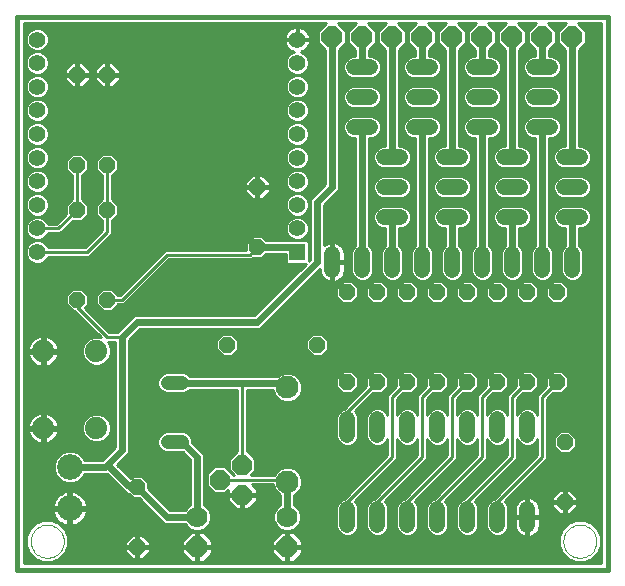
<source format=gtl>
G75*
G70*
%OFA0B0*%
%FSLAX24Y24*%
%IPPOS*%
%LPD*%
%AMOC8*
5,1,8,0,0,1.08239X$1,22.5*
%
%ADD10C,0.0160*%
%ADD11C,0.0000*%
%ADD12C,0.0520*%
%ADD13OC8,0.0520*%
%ADD14OC8,0.0700*%
%ADD15C,0.0700*%
%ADD16C,0.0476*%
%ADD17OC8,0.0660*%
%ADD18C,0.0760*%
%ADD19C,0.0560*%
%ADD20R,0.0560X0.0560*%
%ADD21C,0.0860*%
%ADD22C,0.0740*%
%ADD23C,0.0240*%
%ADD24C,0.0100*%
D10*
X000650Y000650D02*
X020335Y000650D01*
X020335Y019085D01*
X000650Y019085D01*
X000650Y000650D01*
D11*
X001099Y001595D02*
X001101Y001642D01*
X001107Y001688D01*
X001117Y001734D01*
X001130Y001779D01*
X001148Y001822D01*
X001169Y001864D01*
X001193Y001904D01*
X001221Y001941D01*
X001252Y001976D01*
X001286Y002009D01*
X001322Y002038D01*
X001361Y002064D01*
X001402Y002087D01*
X001445Y002106D01*
X001489Y002122D01*
X001534Y002134D01*
X001580Y002142D01*
X001627Y002146D01*
X001673Y002146D01*
X001720Y002142D01*
X001766Y002134D01*
X001811Y002122D01*
X001855Y002106D01*
X001898Y002087D01*
X001939Y002064D01*
X001978Y002038D01*
X002014Y002009D01*
X002048Y001976D01*
X002079Y001941D01*
X002107Y001904D01*
X002131Y001864D01*
X002152Y001822D01*
X002170Y001779D01*
X002183Y001734D01*
X002193Y001688D01*
X002199Y001642D01*
X002201Y001595D01*
X002199Y001548D01*
X002193Y001502D01*
X002183Y001456D01*
X002170Y001411D01*
X002152Y001368D01*
X002131Y001326D01*
X002107Y001286D01*
X002079Y001249D01*
X002048Y001214D01*
X002014Y001181D01*
X001978Y001152D01*
X001939Y001126D01*
X001898Y001103D01*
X001855Y001084D01*
X001811Y001068D01*
X001766Y001056D01*
X001720Y001048D01*
X001673Y001044D01*
X001627Y001044D01*
X001580Y001048D01*
X001534Y001056D01*
X001489Y001068D01*
X001445Y001084D01*
X001402Y001103D01*
X001361Y001126D01*
X001322Y001152D01*
X001286Y001181D01*
X001252Y001214D01*
X001221Y001249D01*
X001193Y001286D01*
X001169Y001326D01*
X001148Y001368D01*
X001130Y001411D01*
X001117Y001456D01*
X001107Y001502D01*
X001101Y001548D01*
X001099Y001595D01*
X018849Y001595D02*
X018851Y001642D01*
X018857Y001688D01*
X018867Y001734D01*
X018880Y001779D01*
X018898Y001822D01*
X018919Y001864D01*
X018943Y001904D01*
X018971Y001941D01*
X019002Y001976D01*
X019036Y002009D01*
X019072Y002038D01*
X019111Y002064D01*
X019152Y002087D01*
X019195Y002106D01*
X019239Y002122D01*
X019284Y002134D01*
X019330Y002142D01*
X019377Y002146D01*
X019423Y002146D01*
X019470Y002142D01*
X019516Y002134D01*
X019561Y002122D01*
X019605Y002106D01*
X019648Y002087D01*
X019689Y002064D01*
X019728Y002038D01*
X019764Y002009D01*
X019798Y001976D01*
X019829Y001941D01*
X019857Y001904D01*
X019881Y001864D01*
X019902Y001822D01*
X019920Y001779D01*
X019933Y001734D01*
X019943Y001688D01*
X019949Y001642D01*
X019951Y001595D01*
X019949Y001548D01*
X019943Y001502D01*
X019933Y001456D01*
X019920Y001411D01*
X019902Y001368D01*
X019881Y001326D01*
X019857Y001286D01*
X019829Y001249D01*
X019798Y001214D01*
X019764Y001181D01*
X019728Y001152D01*
X019689Y001126D01*
X019648Y001103D01*
X019605Y001084D01*
X019561Y001068D01*
X019516Y001056D01*
X019470Y001048D01*
X019423Y001044D01*
X019377Y001044D01*
X019330Y001048D01*
X019284Y001056D01*
X019239Y001068D01*
X019195Y001084D01*
X019152Y001103D01*
X019111Y001126D01*
X019072Y001152D01*
X019036Y001181D01*
X019002Y001214D01*
X018971Y001249D01*
X018943Y001286D01*
X018919Y001326D01*
X018898Y001368D01*
X018880Y001411D01*
X018867Y001456D01*
X018857Y001502D01*
X018851Y001548D01*
X018849Y001595D01*
D12*
X017650Y002140D02*
X017650Y002660D01*
X016650Y002660D02*
X016650Y002140D01*
X015650Y002140D02*
X015650Y002660D01*
X014650Y002660D02*
X014650Y002140D01*
X013650Y002140D02*
X013650Y002660D01*
X012650Y002660D02*
X012650Y002140D01*
X011650Y002140D02*
X011650Y002660D01*
X011650Y005140D02*
X011650Y005660D01*
X012650Y005660D02*
X012650Y005140D01*
X013650Y005140D02*
X013650Y005660D01*
X014650Y005660D02*
X014650Y005140D01*
X015650Y005140D02*
X015650Y005660D01*
X016650Y005660D02*
X016650Y005140D01*
X017650Y005140D02*
X017650Y005660D01*
X017150Y010640D02*
X017150Y011160D01*
X016150Y011160D02*
X016150Y010640D01*
X015150Y010640D02*
X015150Y011160D01*
X014150Y011160D02*
X014150Y010640D01*
X013150Y010640D02*
X013150Y011160D01*
X012150Y011160D02*
X012150Y010640D01*
X011150Y010640D02*
X011150Y011160D01*
X012890Y012400D02*
X013410Y012400D01*
X013410Y013400D02*
X012890Y013400D01*
X012890Y014400D02*
X013410Y014400D01*
X013890Y015400D02*
X014410Y015400D01*
X014410Y016400D02*
X013890Y016400D01*
X013890Y017400D02*
X014410Y017400D01*
X015890Y017400D02*
X016410Y017400D01*
X016410Y016400D02*
X015890Y016400D01*
X015890Y015400D02*
X016410Y015400D01*
X016890Y014400D02*
X017410Y014400D01*
X017410Y013400D02*
X016890Y013400D01*
X016890Y012400D02*
X017410Y012400D01*
X018150Y011160D02*
X018150Y010640D01*
X019150Y010640D02*
X019150Y011160D01*
X019410Y012400D02*
X018890Y012400D01*
X018890Y013400D02*
X019410Y013400D01*
X019410Y014400D02*
X018890Y014400D01*
X018410Y015400D02*
X017890Y015400D01*
X017890Y016400D02*
X018410Y016400D01*
X018410Y017400D02*
X017890Y017400D01*
X015410Y014400D02*
X014890Y014400D01*
X014890Y013400D02*
X015410Y013400D01*
X015410Y012400D02*
X014890Y012400D01*
X012410Y015400D02*
X011890Y015400D01*
X011890Y016400D02*
X012410Y016400D01*
X012410Y017400D02*
X011890Y017400D01*
D13*
X008650Y013400D03*
X008650Y011400D03*
X011650Y009900D03*
X012650Y009900D03*
X013650Y009900D03*
X014650Y009900D03*
X015650Y009900D03*
X016650Y009900D03*
X017650Y009900D03*
X018650Y009900D03*
X018650Y006900D03*
X017650Y006900D03*
X016650Y006900D03*
X015650Y006900D03*
X014650Y006900D03*
X013650Y006900D03*
X012650Y006900D03*
X011650Y006900D03*
X010650Y008150D03*
X007650Y008150D03*
X003650Y009650D03*
X002650Y009650D03*
X002650Y012650D03*
X003650Y012650D03*
X003650Y014150D03*
X002650Y014150D03*
X002650Y017150D03*
X003650Y017150D03*
X004650Y003400D03*
X004650Y001400D03*
X018900Y002900D03*
X018900Y004900D03*
D14*
X009650Y001400D03*
X006650Y001400D03*
X011150Y018400D03*
X012150Y018400D03*
X013150Y018400D03*
X014150Y018400D03*
X015150Y018400D03*
X016150Y018400D03*
X017150Y018400D03*
X018150Y018400D03*
X019150Y018400D03*
D15*
X009650Y002400D03*
X006650Y002400D03*
D16*
X006138Y004916D02*
X005662Y004916D01*
X005662Y006884D02*
X006138Y006884D01*
D17*
X008150Y004150D03*
X007400Y003650D03*
X008150Y003150D03*
D18*
X009650Y003575D03*
X009650Y006725D03*
D19*
X009981Y012022D03*
X009981Y012809D03*
X009981Y013597D03*
X009981Y014384D03*
X009981Y015172D03*
X009981Y015959D03*
X009981Y016746D03*
X009981Y017534D03*
X009981Y018321D03*
X001319Y018321D03*
X001319Y017534D03*
X001319Y016746D03*
X001319Y015959D03*
X001319Y015172D03*
X001319Y014384D03*
X001319Y013597D03*
X001319Y012809D03*
X001319Y012022D03*
X001319Y011235D03*
D20*
X009981Y011235D03*
D21*
X002400Y004069D03*
X002400Y002691D03*
D22*
X001510Y005370D03*
X003290Y005370D03*
X003290Y007930D03*
X001510Y007930D03*
D23*
X004150Y008400D02*
X004650Y008900D01*
X008650Y008900D01*
X010650Y010900D01*
X010650Y012900D01*
X011150Y013400D01*
X011150Y018400D01*
X012150Y018400D02*
X012150Y017400D01*
X013150Y018400D02*
X013150Y014400D01*
X012150Y015400D02*
X012150Y010900D01*
X013150Y010900D02*
X013150Y012400D01*
X014150Y010900D02*
X014150Y015400D01*
X015150Y014400D02*
X015150Y018400D01*
X014150Y018400D02*
X014150Y017400D01*
X016150Y017400D02*
X016150Y018400D01*
X017150Y018400D02*
X017150Y014400D01*
X016150Y015400D02*
X016150Y010900D01*
X015150Y010900D02*
X015150Y012400D01*
X017150Y012400D02*
X017150Y010900D01*
X018150Y010900D02*
X018150Y015400D01*
X019150Y014400D02*
X019150Y018400D01*
X018150Y018400D02*
X018150Y017400D01*
X019150Y012400D02*
X019150Y010900D01*
X009981Y011235D02*
X009815Y011400D01*
X008650Y011400D01*
X004150Y008400D02*
X004150Y004650D01*
X003650Y004150D01*
X004400Y003400D01*
X004650Y003400D01*
X005650Y002400D01*
X006650Y002400D01*
X006650Y004400D01*
X006150Y004900D01*
X005916Y004900D01*
X005900Y004916D01*
X005900Y006884D02*
X008150Y006884D01*
X009491Y006884D01*
X009650Y006725D01*
X009650Y003575D02*
X009650Y002400D01*
X003650Y004150D02*
X003569Y004069D01*
X002400Y004069D01*
D24*
X002002Y003704D02*
X000880Y003704D01*
X000880Y003802D02*
X001926Y003802D01*
X001942Y003763D02*
X002094Y003612D01*
X002293Y003529D01*
X002507Y003529D01*
X002706Y003612D01*
X002858Y003763D01*
X002889Y003839D01*
X003635Y003839D01*
X004305Y003170D01*
X004357Y003170D01*
X004497Y003030D01*
X004695Y003030D01*
X005420Y002305D01*
X005555Y002170D01*
X006247Y002170D01*
X006260Y002139D01*
X006389Y002010D01*
X006558Y001940D01*
X006741Y001940D01*
X006911Y002010D01*
X007040Y002139D01*
X007110Y002308D01*
X007110Y002491D01*
X007040Y002661D01*
X006911Y002790D01*
X006880Y002803D01*
X006880Y004495D01*
X006486Y004890D01*
X006486Y004985D01*
X006433Y005113D01*
X006335Y005211D01*
X006207Y005264D01*
X005593Y005264D01*
X005465Y005211D01*
X005367Y005113D01*
X005314Y004985D01*
X005314Y004847D01*
X005367Y004719D01*
X005465Y004621D01*
X005593Y004568D01*
X006157Y004568D01*
X006420Y004305D01*
X006420Y002803D01*
X006389Y002790D01*
X006260Y002661D01*
X006247Y002630D01*
X005745Y002630D01*
X005020Y003355D01*
X005020Y003553D01*
X004803Y003770D01*
X004497Y003770D01*
X004426Y003699D01*
X003975Y004150D01*
X004245Y004420D01*
X004380Y004555D01*
X004380Y008305D01*
X004745Y008670D01*
X008745Y008670D01*
X008880Y008805D01*
X010740Y010665D01*
X010740Y010608D01*
X010750Y010544D01*
X010770Y010483D01*
X010799Y010425D01*
X010837Y010373D01*
X010883Y010327D01*
X010935Y010289D01*
X010993Y010260D01*
X011054Y010240D01*
X011118Y010230D01*
X011120Y010230D01*
X011120Y010870D01*
X011180Y010870D01*
X011180Y010930D01*
X011120Y010930D01*
X011120Y011570D01*
X011118Y011570D01*
X011054Y011560D01*
X010993Y011540D01*
X010935Y011511D01*
X010883Y011473D01*
X010880Y011470D01*
X010880Y012805D01*
X011380Y013305D01*
X011380Y017979D01*
X011610Y018209D01*
X011610Y018591D01*
X011345Y018855D01*
X011955Y018855D01*
X011690Y018591D01*
X011690Y018209D01*
X011920Y017979D01*
X011920Y017770D01*
X011816Y017770D01*
X011680Y017714D01*
X011576Y017610D01*
X011520Y017474D01*
X011520Y017326D01*
X011576Y017190D01*
X011680Y017086D01*
X011816Y017030D01*
X012484Y017030D01*
X012620Y017086D01*
X012724Y017190D01*
X012780Y017326D01*
X012780Y017474D01*
X012724Y017610D01*
X012620Y017714D01*
X012484Y017770D01*
X012380Y017770D01*
X012380Y017979D01*
X012610Y018209D01*
X012610Y018591D01*
X012345Y018855D01*
X012955Y018855D01*
X012690Y018591D01*
X012690Y018209D01*
X012920Y017979D01*
X012920Y014770D01*
X012816Y014770D01*
X012680Y014714D01*
X012576Y014610D01*
X012520Y014474D01*
X012520Y014326D01*
X012576Y014190D01*
X012680Y014086D01*
X012816Y014030D01*
X013484Y014030D01*
X013620Y014086D01*
X013724Y014190D01*
X013780Y014326D01*
X013780Y014474D01*
X013724Y014610D01*
X013620Y014714D01*
X013484Y014770D01*
X013380Y014770D01*
X013380Y017979D01*
X013610Y018209D01*
X013610Y018591D01*
X013345Y018855D01*
X013955Y018855D01*
X013690Y018591D01*
X013690Y018209D01*
X013920Y017979D01*
X013920Y017770D01*
X013816Y017770D01*
X013680Y017714D01*
X013576Y017610D01*
X013520Y017474D01*
X013520Y017326D01*
X013576Y017190D01*
X013680Y017086D01*
X013816Y017030D01*
X014484Y017030D01*
X014620Y017086D01*
X014724Y017190D01*
X014780Y017326D01*
X014780Y017474D01*
X014724Y017610D01*
X014620Y017714D01*
X014484Y017770D01*
X014380Y017770D01*
X014380Y017979D01*
X014610Y018209D01*
X014610Y018591D01*
X014345Y018855D01*
X014955Y018855D01*
X014690Y018591D01*
X014690Y018209D01*
X014920Y017979D01*
X014920Y014770D01*
X014816Y014770D01*
X014680Y014714D01*
X014576Y014610D01*
X014520Y014474D01*
X014520Y014326D01*
X014576Y014190D01*
X014680Y014086D01*
X014816Y014030D01*
X015484Y014030D01*
X015620Y014086D01*
X015724Y014190D01*
X015780Y014326D01*
X015780Y014474D01*
X015724Y014610D01*
X015620Y014714D01*
X015484Y014770D01*
X015380Y014770D01*
X015380Y017979D01*
X015610Y018209D01*
X015610Y018591D01*
X015345Y018855D01*
X015955Y018855D01*
X015690Y018591D01*
X015690Y018209D01*
X015920Y017979D01*
X015920Y017770D01*
X015816Y017770D01*
X015680Y017714D01*
X015576Y017610D01*
X015520Y017474D01*
X015520Y017326D01*
X015576Y017190D01*
X015680Y017086D01*
X015816Y017030D01*
X016484Y017030D01*
X016620Y017086D01*
X016724Y017190D01*
X016780Y017326D01*
X016780Y017474D01*
X016724Y017610D01*
X016620Y017714D01*
X016484Y017770D01*
X016380Y017770D01*
X016380Y017979D01*
X016610Y018209D01*
X016610Y018591D01*
X016345Y018855D01*
X016955Y018855D01*
X016690Y018591D01*
X016690Y018209D01*
X016920Y017979D01*
X016920Y014770D01*
X016816Y014770D01*
X016680Y014714D01*
X016576Y014610D01*
X016520Y014474D01*
X016520Y014326D01*
X016576Y014190D01*
X016680Y014086D01*
X016816Y014030D01*
X017484Y014030D01*
X017620Y014086D01*
X017724Y014190D01*
X017780Y014326D01*
X017780Y014474D01*
X017724Y014610D01*
X017620Y014714D01*
X017484Y014770D01*
X017380Y014770D01*
X017380Y017979D01*
X017610Y018209D01*
X017610Y018591D01*
X017345Y018855D01*
X017955Y018855D01*
X017690Y018591D01*
X017690Y018209D01*
X017920Y017979D01*
X017920Y017770D01*
X017816Y017770D01*
X017680Y017714D01*
X017576Y017610D01*
X017520Y017474D01*
X017520Y017326D01*
X017576Y017190D01*
X017680Y017086D01*
X017816Y017030D01*
X018484Y017030D01*
X018620Y017086D01*
X018724Y017190D01*
X018780Y017326D01*
X018780Y017474D01*
X018724Y017610D01*
X018620Y017714D01*
X018484Y017770D01*
X018380Y017770D01*
X018380Y017979D01*
X018610Y018209D01*
X018610Y018591D01*
X018345Y018855D01*
X018955Y018855D01*
X018690Y018591D01*
X018690Y018209D01*
X018920Y017979D01*
X018920Y014770D01*
X018816Y014770D01*
X018680Y014714D01*
X018576Y014610D01*
X018520Y014474D01*
X018520Y014326D01*
X018576Y014190D01*
X018680Y014086D01*
X018816Y014030D01*
X019484Y014030D01*
X019620Y014086D01*
X019724Y014190D01*
X019780Y014326D01*
X019780Y014474D01*
X019724Y014610D01*
X019620Y014714D01*
X019484Y014770D01*
X019380Y014770D01*
X019380Y017979D01*
X019610Y018209D01*
X019610Y018591D01*
X019345Y018855D01*
X020105Y018855D01*
X020105Y000880D01*
X000880Y000880D01*
X000880Y018855D01*
X010955Y018855D01*
X010690Y018591D01*
X010690Y018209D01*
X010920Y017979D01*
X010920Y013495D01*
X010555Y013130D01*
X010420Y012995D01*
X010420Y010995D01*
X010371Y010946D01*
X010371Y011560D01*
X010306Y011625D01*
X009916Y011625D01*
X009911Y011630D01*
X008943Y011630D01*
X008803Y011770D01*
X008497Y011770D01*
X008280Y011553D01*
X008280Y011310D01*
X005584Y011310D01*
X005490Y011216D01*
X004084Y009810D01*
X004013Y009810D01*
X003803Y010020D01*
X003497Y010020D01*
X003280Y009803D01*
X003280Y009497D01*
X003497Y009280D01*
X003803Y009280D01*
X004013Y009490D01*
X004216Y009490D01*
X005716Y010990D01*
X008466Y010990D01*
X008506Y011030D01*
X008803Y011030D01*
X008943Y011170D01*
X009591Y011170D01*
X009591Y010909D01*
X009655Y010845D01*
X010269Y010845D01*
X008555Y009130D01*
X004555Y009130D01*
X004420Y008995D01*
X003985Y008560D01*
X003716Y008560D01*
X002900Y009377D01*
X003020Y009497D01*
X003020Y009803D01*
X002803Y010020D01*
X002497Y010020D01*
X002280Y009803D01*
X002280Y009497D01*
X002497Y009280D01*
X002544Y009280D01*
X003434Y008390D01*
X003385Y008410D01*
X003195Y008410D01*
X003018Y008337D01*
X002883Y008202D01*
X002810Y008025D01*
X002810Y007835D01*
X002883Y007658D01*
X003018Y007523D01*
X003195Y007450D01*
X003385Y007450D01*
X003562Y007523D01*
X003697Y007658D01*
X003770Y007835D01*
X003770Y008025D01*
X003697Y008202D01*
X003659Y008240D01*
X003920Y008240D01*
X003920Y004745D01*
X003474Y004299D01*
X002889Y004299D01*
X002858Y004375D01*
X002706Y004527D01*
X002507Y004609D01*
X002293Y004609D01*
X002094Y004527D01*
X001942Y004375D01*
X001860Y004177D01*
X001860Y003962D01*
X001942Y003763D01*
X001885Y003901D02*
X000880Y003901D01*
X000880Y003999D02*
X001860Y003999D01*
X001860Y004098D02*
X000880Y004098D01*
X000880Y004196D02*
X001868Y004196D01*
X001909Y004295D02*
X000880Y004295D01*
X000880Y004393D02*
X001960Y004393D01*
X002059Y004492D02*
X000880Y004492D01*
X000880Y004590D02*
X002246Y004590D01*
X002554Y004590D02*
X003765Y004590D01*
X003863Y004689D02*
X000880Y004689D01*
X000880Y004787D02*
X003920Y004787D01*
X003920Y004886D02*
X001702Y004886D01*
X001710Y004888D02*
X001783Y004925D01*
X001849Y004973D01*
X001907Y005031D01*
X001955Y005097D01*
X001992Y005170D01*
X002017Y005248D01*
X002029Y005320D01*
X001560Y005320D01*
X001560Y005420D01*
X001460Y005420D01*
X001460Y005889D01*
X001388Y005877D01*
X001310Y005852D01*
X001237Y005815D01*
X001171Y005767D01*
X001113Y005709D01*
X001065Y005643D01*
X001028Y005570D01*
X001003Y005492D01*
X000991Y005420D01*
X001460Y005420D01*
X001460Y005320D01*
X000991Y005320D01*
X001003Y005248D01*
X001028Y005170D01*
X001065Y005097D01*
X001113Y005031D01*
X001171Y004973D01*
X001237Y004925D01*
X001310Y004888D01*
X001388Y004863D01*
X001460Y004851D01*
X001460Y005320D01*
X001560Y005320D01*
X001560Y004851D01*
X001632Y004863D01*
X001710Y004888D01*
X001560Y004886D02*
X001460Y004886D01*
X001460Y004984D02*
X001560Y004984D01*
X001560Y005083D02*
X001460Y005083D01*
X001460Y005181D02*
X001560Y005181D01*
X001560Y005280D02*
X001460Y005280D01*
X001460Y005378D02*
X000880Y005378D01*
X000880Y005280D02*
X000998Y005280D01*
X001025Y005181D02*
X000880Y005181D01*
X000880Y005083D02*
X001076Y005083D01*
X001161Y004984D02*
X000880Y004984D01*
X000880Y004886D02*
X001318Y004886D01*
X001859Y004984D02*
X002997Y004984D01*
X003018Y004963D02*
X003195Y004890D01*
X003385Y004890D01*
X003562Y004963D01*
X003697Y005098D01*
X003770Y005275D01*
X003770Y005465D01*
X003697Y005642D01*
X003562Y005777D01*
X003385Y005850D01*
X003195Y005850D01*
X003018Y005777D01*
X002883Y005642D01*
X002810Y005465D01*
X002810Y005275D01*
X002883Y005098D01*
X003018Y004963D01*
X002899Y005083D02*
X001944Y005083D01*
X001995Y005181D02*
X002849Y005181D01*
X002810Y005280D02*
X002022Y005280D01*
X002029Y005420D02*
X002017Y005492D01*
X001992Y005570D01*
X001955Y005643D01*
X001907Y005709D01*
X001849Y005767D01*
X001783Y005815D01*
X001710Y005852D01*
X001632Y005877D01*
X001560Y005889D01*
X001560Y005420D01*
X002029Y005420D01*
X002020Y005477D02*
X002815Y005477D01*
X002810Y005378D02*
X001560Y005378D01*
X001560Y005477D02*
X001460Y005477D01*
X001460Y005575D02*
X001560Y005575D01*
X001560Y005674D02*
X001460Y005674D01*
X001460Y005772D02*
X001560Y005772D01*
X001560Y005871D02*
X001460Y005871D01*
X001368Y005871D02*
X000880Y005871D01*
X000880Y005969D02*
X003920Y005969D01*
X003920Y005871D02*
X001652Y005871D01*
X001841Y005772D02*
X003013Y005772D01*
X002915Y005674D02*
X001932Y005674D01*
X001989Y005575D02*
X002855Y005575D01*
X003567Y005772D02*
X003920Y005772D01*
X003920Y005674D02*
X003665Y005674D01*
X003725Y005575D02*
X003920Y005575D01*
X003920Y005477D02*
X003765Y005477D01*
X003770Y005378D02*
X003920Y005378D01*
X003920Y005280D02*
X003770Y005280D01*
X003731Y005181D02*
X003920Y005181D01*
X003920Y005083D02*
X003681Y005083D01*
X003583Y004984D02*
X003920Y004984D01*
X004380Y004984D02*
X005314Y004984D01*
X005314Y004886D02*
X004380Y004886D01*
X004380Y004787D02*
X005339Y004787D01*
X005398Y004689D02*
X004380Y004689D01*
X004380Y004590D02*
X005540Y004590D01*
X005355Y005083D02*
X004380Y005083D01*
X004380Y005181D02*
X005436Y005181D01*
X006364Y005181D02*
X007990Y005181D01*
X007990Y005083D02*
X006445Y005083D01*
X006486Y004984D02*
X007990Y004984D01*
X007990Y004886D02*
X006490Y004886D01*
X006588Y004787D02*
X007990Y004787D01*
X007990Y004689D02*
X006687Y004689D01*
X006785Y004590D02*
X007990Y004590D01*
X007968Y004590D01*
X007710Y004332D01*
X007710Y003968D01*
X007868Y003810D01*
X007840Y003810D01*
X007840Y003832D01*
X007582Y004090D01*
X007218Y004090D01*
X006960Y003832D01*
X006960Y003468D01*
X007218Y003210D01*
X007582Y003210D01*
X007670Y003298D01*
X007670Y003180D01*
X008120Y003180D01*
X008120Y003120D01*
X007670Y003120D01*
X007670Y002951D01*
X007951Y002670D01*
X008120Y002670D01*
X008120Y003120D01*
X008180Y003120D01*
X008180Y003180D01*
X008630Y003180D01*
X008630Y003349D01*
X008489Y003490D01*
X009160Y003490D01*
X009160Y003478D01*
X009235Y003298D01*
X009372Y003160D01*
X009420Y003140D01*
X009420Y002803D01*
X009389Y002790D01*
X009260Y002661D01*
X009190Y002491D01*
X009190Y002308D01*
X009260Y002139D01*
X009389Y002010D01*
X009558Y001940D01*
X009741Y001940D01*
X009911Y002010D01*
X010040Y002139D01*
X010110Y002308D01*
X010110Y002491D01*
X010040Y002661D01*
X009911Y002790D01*
X009880Y002803D01*
X009880Y003140D01*
X009928Y003160D01*
X010065Y003298D01*
X010140Y003478D01*
X010140Y003673D01*
X010065Y003853D01*
X009928Y003991D01*
X009747Y004065D01*
X009553Y004065D01*
X009372Y003991D01*
X009235Y003853D01*
X009217Y003810D01*
X008432Y003810D01*
X008590Y003968D01*
X008590Y004332D01*
X008332Y004590D01*
X008310Y004590D01*
X008310Y006654D01*
X009160Y006654D01*
X009160Y006627D01*
X009235Y006447D01*
X009372Y006309D01*
X009553Y006235D01*
X009747Y006235D01*
X009928Y006309D01*
X010065Y006447D01*
X010140Y006627D01*
X010140Y006822D01*
X010065Y007002D01*
X009928Y007140D01*
X009747Y007215D01*
X009553Y007215D01*
X009372Y007140D01*
X009346Y007114D01*
X006400Y007114D01*
X006335Y007179D01*
X006207Y007232D01*
X005593Y007232D01*
X005465Y007179D01*
X005367Y007081D01*
X005314Y006953D01*
X005314Y006815D01*
X005367Y006687D01*
X005465Y006589D01*
X005593Y006536D01*
X006207Y006536D01*
X006335Y006589D01*
X006400Y006654D01*
X007990Y006654D01*
X007990Y004590D01*
X007869Y004492D02*
X006880Y004492D01*
X006880Y004393D02*
X007771Y004393D01*
X007710Y004295D02*
X006880Y004295D01*
X006880Y004196D02*
X007710Y004196D01*
X007710Y004098D02*
X006880Y004098D01*
X006880Y003999D02*
X007127Y003999D01*
X007028Y003901D02*
X006880Y003901D01*
X006880Y003802D02*
X006960Y003802D01*
X006960Y003704D02*
X006880Y003704D01*
X006880Y003605D02*
X006960Y003605D01*
X006960Y003507D02*
X006880Y003507D01*
X006880Y003408D02*
X007020Y003408D01*
X007118Y003310D02*
X006880Y003310D01*
X006880Y003211D02*
X007217Y003211D01*
X006880Y003113D02*
X007670Y003113D01*
X007670Y003211D02*
X007583Y003211D01*
X007670Y003014D02*
X006880Y003014D01*
X006880Y002916D02*
X007706Y002916D01*
X007804Y002817D02*
X006880Y002817D01*
X006982Y002719D02*
X007903Y002719D01*
X008120Y002719D02*
X008180Y002719D01*
X008180Y002670D02*
X008349Y002670D01*
X008630Y002951D01*
X008630Y003120D01*
X008180Y003120D01*
X008180Y002670D01*
X008180Y002817D02*
X008120Y002817D01*
X008120Y002916D02*
X008180Y002916D01*
X008180Y003014D02*
X008120Y003014D01*
X008120Y003113D02*
X008180Y003113D01*
X008496Y002817D02*
X009420Y002817D01*
X009420Y002916D02*
X008594Y002916D01*
X008630Y003014D02*
X009420Y003014D01*
X009420Y003113D02*
X008630Y003113D01*
X008630Y003211D02*
X009321Y003211D01*
X009230Y003310D02*
X008630Y003310D01*
X008571Y003408D02*
X009189Y003408D01*
X009575Y003650D02*
X009650Y003575D01*
X009575Y003650D02*
X007400Y003650D01*
X007673Y003999D02*
X007710Y003999D01*
X007772Y003901D02*
X007777Y003901D01*
X008150Y004150D02*
X008150Y006884D01*
X007990Y006560D02*
X006264Y006560D01*
X006363Y007151D02*
X009399Y007151D01*
X009901Y007151D02*
X011378Y007151D01*
X011280Y007053D02*
X011280Y006747D01*
X011497Y006530D01*
X011803Y006530D01*
X012020Y006747D01*
X012020Y007053D01*
X011803Y007270D01*
X011497Y007270D01*
X011280Y007053D01*
X010015Y007053D01*
X010085Y006954D02*
X011280Y006954D01*
X011280Y006856D02*
X010126Y006856D01*
X010140Y006757D02*
X011280Y006757D01*
X011368Y006659D02*
X010140Y006659D01*
X010112Y006560D02*
X011467Y006560D01*
X011833Y006560D02*
X012084Y006560D01*
X012182Y006659D02*
X011932Y006659D01*
X012020Y006757D02*
X012280Y006757D01*
X012280Y006756D02*
X011538Y006014D01*
X011440Y005974D01*
X011336Y005870D01*
X011280Y005734D01*
X011280Y005066D01*
X011336Y004930D01*
X011440Y004826D01*
X011576Y004770D01*
X011724Y004770D01*
X011860Y004826D01*
X011964Y004930D01*
X012020Y005066D01*
X012020Y005734D01*
X011964Y005870D01*
X011905Y005928D01*
X012506Y006530D01*
X012803Y006530D01*
X013020Y006747D01*
X013020Y007053D01*
X012803Y007270D01*
X012497Y007270D01*
X012280Y007053D01*
X012280Y006756D01*
X012280Y006856D02*
X012020Y006856D01*
X012020Y006954D02*
X012280Y006954D01*
X012280Y007053D02*
X012020Y007053D01*
X011922Y007151D02*
X012378Y007151D01*
X012476Y007250D02*
X011824Y007250D01*
X011476Y007250D02*
X004380Y007250D01*
X004380Y007348D02*
X020105Y007348D01*
X020105Y007250D02*
X018824Y007250D01*
X018803Y007270D02*
X018497Y007270D01*
X018280Y007053D01*
X018280Y006756D01*
X017990Y006466D01*
X017990Y005806D01*
X017964Y005870D01*
X017860Y005974D01*
X017724Y006030D01*
X017576Y006030D01*
X017440Y005974D01*
X017336Y005870D01*
X017310Y005806D01*
X017310Y006334D01*
X017506Y006530D01*
X017803Y006530D01*
X018020Y006747D01*
X018020Y007053D01*
X017803Y007270D01*
X017497Y007270D01*
X017280Y007053D01*
X017280Y006756D01*
X016990Y006466D01*
X016990Y005806D01*
X016964Y005870D01*
X016860Y005974D01*
X016724Y006030D01*
X016576Y006030D01*
X016440Y005974D01*
X016336Y005870D01*
X016310Y005806D01*
X016310Y006334D01*
X016506Y006530D01*
X016803Y006530D01*
X017020Y006747D01*
X017020Y007053D01*
X016803Y007270D01*
X016497Y007270D01*
X016280Y007053D01*
X016280Y006756D01*
X015990Y006466D01*
X015990Y005806D01*
X015964Y005870D01*
X015860Y005974D01*
X015724Y006030D01*
X015576Y006030D01*
X015440Y005974D01*
X015336Y005870D01*
X015310Y005806D01*
X015310Y006334D01*
X015506Y006530D01*
X015803Y006530D01*
X016020Y006747D01*
X016020Y007053D01*
X015803Y007270D01*
X015497Y007270D01*
X015280Y007053D01*
X015280Y006756D01*
X014990Y006466D01*
X014990Y005806D01*
X014964Y005870D01*
X014860Y005974D01*
X014724Y006030D01*
X014576Y006030D01*
X014440Y005974D01*
X014336Y005870D01*
X014310Y005806D01*
X014310Y006334D01*
X014506Y006530D01*
X014803Y006530D01*
X015020Y006747D01*
X015020Y007053D01*
X014803Y007270D01*
X014497Y007270D01*
X014280Y007053D01*
X014280Y006756D01*
X013990Y006466D01*
X013990Y005806D01*
X013964Y005870D01*
X013860Y005974D01*
X013724Y006030D01*
X013576Y006030D01*
X013440Y005974D01*
X013336Y005870D01*
X013310Y005806D01*
X013310Y006334D01*
X013506Y006530D01*
X013803Y006530D01*
X014020Y006747D01*
X014020Y007053D01*
X013803Y007270D01*
X013497Y007270D01*
X013280Y007053D01*
X013280Y006756D01*
X012990Y006466D01*
X012990Y005806D01*
X012964Y005870D01*
X012860Y005974D01*
X012724Y006030D01*
X012576Y006030D01*
X012440Y005974D01*
X012336Y005870D01*
X012280Y005734D01*
X012280Y005066D01*
X012336Y004930D01*
X012440Y004826D01*
X012576Y004770D01*
X012724Y004770D01*
X012860Y004826D01*
X012964Y004930D01*
X012990Y004994D01*
X012990Y004466D01*
X011538Y003014D01*
X009880Y003014D01*
X009880Y002916D02*
X011382Y002916D01*
X011336Y002870D02*
X011280Y002734D01*
X011280Y002066D01*
X011336Y001930D01*
X011440Y001826D01*
X011576Y001770D01*
X011724Y001770D01*
X011860Y001826D01*
X011964Y001930D01*
X012020Y002066D01*
X012020Y002734D01*
X011964Y002870D01*
X011905Y002928D01*
X013216Y004240D01*
X013310Y004334D01*
X013310Y004994D01*
X013336Y004930D01*
X013440Y004826D01*
X013576Y004770D01*
X013724Y004770D01*
X013860Y004826D01*
X013964Y004930D01*
X013990Y004994D01*
X013990Y004466D01*
X012538Y003014D01*
X011990Y003014D01*
X011918Y002916D02*
X012382Y002916D01*
X012336Y002870D02*
X012280Y002734D01*
X012280Y002066D01*
X012336Y001930D01*
X012440Y001826D01*
X012576Y001770D01*
X012724Y001770D01*
X012860Y001826D01*
X012964Y001930D01*
X013020Y002066D01*
X013020Y002734D01*
X012964Y002870D01*
X012905Y002928D01*
X014216Y004240D01*
X014310Y004334D01*
X014310Y004994D01*
X014336Y004930D01*
X014440Y004826D01*
X014576Y004770D01*
X014724Y004770D01*
X014860Y004826D01*
X014964Y004930D01*
X014990Y004994D01*
X014990Y004466D01*
X013538Y003014D01*
X012990Y003014D01*
X012918Y002916D02*
X013382Y002916D01*
X013336Y002870D02*
X013280Y002734D01*
X013280Y002066D01*
X013336Y001930D01*
X013440Y001826D01*
X013576Y001770D01*
X013724Y001770D01*
X013860Y001826D01*
X013964Y001930D01*
X014020Y002066D01*
X014020Y002734D01*
X013964Y002870D01*
X013905Y002928D01*
X015216Y004240D01*
X015310Y004334D01*
X015310Y004994D01*
X015336Y004930D01*
X015440Y004826D01*
X015576Y004770D01*
X015724Y004770D01*
X015860Y004826D01*
X015964Y004930D01*
X015990Y004994D01*
X015990Y004466D01*
X014538Y003014D01*
X013990Y003014D01*
X013918Y002916D02*
X014382Y002916D01*
X014336Y002870D02*
X014280Y002734D01*
X014280Y002066D01*
X014336Y001930D01*
X014440Y001826D01*
X014576Y001770D01*
X014724Y001770D01*
X014860Y001826D01*
X014964Y001930D01*
X015020Y002066D01*
X015020Y002734D01*
X014964Y002870D01*
X014905Y002928D01*
X016216Y004240D01*
X016310Y004334D01*
X016310Y004994D01*
X016336Y004930D01*
X016440Y004826D01*
X016576Y004770D01*
X016724Y004770D01*
X016860Y004826D01*
X016964Y004930D01*
X016990Y004994D01*
X016990Y004466D01*
X015584Y003060D01*
X015584Y003060D01*
X015538Y003014D01*
X014990Y003014D01*
X014918Y002916D02*
X015382Y002916D01*
X015336Y002870D02*
X015280Y002734D01*
X015280Y002066D01*
X015336Y001930D01*
X015440Y001826D01*
X015576Y001770D01*
X015724Y001770D01*
X015860Y001826D01*
X015964Y001930D01*
X016020Y002066D01*
X016020Y002734D01*
X015964Y002870D01*
X015905Y002928D01*
X017216Y004240D01*
X017216Y004240D01*
X017310Y004334D01*
X017310Y004994D01*
X017336Y004930D01*
X017440Y004826D01*
X017576Y004770D01*
X017724Y004770D01*
X017860Y004826D01*
X017964Y004930D01*
X017990Y004994D01*
X017990Y004466D01*
X016538Y003014D01*
X015990Y003014D01*
X015918Y002916D02*
X016382Y002916D01*
X016336Y002870D02*
X016280Y002734D01*
X016280Y002066D01*
X016336Y001930D01*
X016440Y001826D01*
X016576Y001770D01*
X016724Y001770D01*
X016860Y001826D01*
X016964Y001930D01*
X017020Y002066D01*
X017020Y002734D01*
X016964Y002870D01*
X016905Y002928D01*
X018216Y004240D01*
X018310Y004334D01*
X018310Y006334D01*
X018506Y006530D01*
X018803Y006530D01*
X019020Y006747D01*
X019020Y007053D01*
X018803Y007270D01*
X018922Y007151D02*
X020105Y007151D01*
X020105Y007053D02*
X019020Y007053D01*
X019020Y006954D02*
X020105Y006954D01*
X020105Y006856D02*
X019020Y006856D01*
X019020Y006757D02*
X020105Y006757D01*
X020105Y006659D02*
X018932Y006659D01*
X018833Y006560D02*
X020105Y006560D01*
X020105Y006462D02*
X018438Y006462D01*
X018339Y006363D02*
X020105Y006363D01*
X020105Y006265D02*
X018310Y006265D01*
X018310Y006166D02*
X020105Y006166D01*
X020105Y006068D02*
X018310Y006068D01*
X018310Y005969D02*
X020105Y005969D01*
X020105Y005871D02*
X018310Y005871D01*
X018310Y005772D02*
X020105Y005772D01*
X020105Y005674D02*
X018310Y005674D01*
X018310Y005575D02*
X020105Y005575D01*
X020105Y005477D02*
X018310Y005477D01*
X018310Y005378D02*
X020105Y005378D01*
X020105Y005280D02*
X018310Y005280D01*
X018310Y005181D02*
X018658Y005181D01*
X018747Y005270D02*
X018530Y005053D01*
X018530Y004747D01*
X018747Y004530D01*
X019053Y004530D01*
X019270Y004747D01*
X019270Y005053D01*
X019053Y005270D01*
X018747Y005270D01*
X018559Y005083D02*
X018310Y005083D01*
X018310Y004984D02*
X018530Y004984D01*
X018530Y004886D02*
X018310Y004886D01*
X018310Y004787D02*
X018530Y004787D01*
X018588Y004689D02*
X018310Y004689D01*
X018310Y004590D02*
X018687Y004590D01*
X018310Y004492D02*
X020105Y004492D01*
X020105Y004590D02*
X019113Y004590D01*
X019212Y004689D02*
X020105Y004689D01*
X020105Y004787D02*
X019270Y004787D01*
X019270Y004886D02*
X020105Y004886D01*
X020105Y004984D02*
X019270Y004984D01*
X019241Y005083D02*
X020105Y005083D01*
X020105Y005181D02*
X019142Y005181D01*
X018310Y004393D02*
X020105Y004393D01*
X020105Y004295D02*
X018271Y004295D01*
X018172Y004196D02*
X020105Y004196D01*
X020105Y004098D02*
X018074Y004098D01*
X017975Y003999D02*
X020105Y003999D01*
X020105Y003901D02*
X017877Y003901D01*
X017778Y003802D02*
X020105Y003802D01*
X020105Y003704D02*
X017680Y003704D01*
X017581Y003605D02*
X020105Y003605D01*
X020105Y003507D02*
X017483Y003507D01*
X017384Y003408D02*
X020105Y003408D01*
X020105Y003310D02*
X019070Y003310D01*
X018930Y003310D01*
X018930Y002930D01*
X018870Y002930D01*
X018870Y003310D01*
X018730Y003310D01*
X018490Y003070D01*
X018490Y002930D01*
X018870Y002930D01*
X018870Y002870D01*
X018490Y002870D01*
X018490Y002730D01*
X018730Y002490D01*
X018870Y002490D01*
X018870Y002870D01*
X018930Y002870D01*
X018930Y002930D01*
X019310Y002930D01*
X019310Y003070D01*
X019070Y003310D01*
X019169Y003211D02*
X020105Y003211D01*
X020105Y003113D02*
X019267Y003113D01*
X019310Y003014D02*
X020105Y003014D01*
X020105Y002916D02*
X018930Y002916D01*
X018930Y002870D02*
X019310Y002870D01*
X019310Y002730D01*
X019070Y002490D01*
X018930Y002490D01*
X018930Y002870D01*
X018930Y002817D02*
X018870Y002817D01*
X018870Y002719D02*
X018930Y002719D01*
X018930Y002620D02*
X018870Y002620D01*
X018870Y002522D02*
X018930Y002522D01*
X019101Y002522D02*
X020105Y002522D01*
X020105Y002620D02*
X019200Y002620D01*
X019298Y002719D02*
X020105Y002719D01*
X020105Y002817D02*
X019310Y002817D01*
X018930Y003014D02*
X018870Y003014D01*
X018870Y002916D02*
X017971Y002916D01*
X017963Y002927D02*
X017917Y002973D01*
X017865Y003011D01*
X017807Y003040D01*
X017746Y003060D01*
X017682Y003070D01*
X017680Y003070D01*
X017680Y002430D01*
X017620Y002430D01*
X017620Y003070D01*
X017618Y003070D01*
X017554Y003060D01*
X017493Y003040D01*
X017435Y003011D01*
X017383Y002973D01*
X017337Y002927D01*
X017299Y002875D01*
X017270Y002817D01*
X016985Y002817D01*
X017020Y002719D02*
X017244Y002719D01*
X017240Y002692D02*
X017240Y002430D01*
X017620Y002430D01*
X017620Y002370D01*
X017240Y002370D01*
X017240Y002108D01*
X017250Y002044D01*
X017270Y001983D01*
X017299Y001925D01*
X017337Y001873D01*
X017383Y001827D01*
X017435Y001789D01*
X017493Y001760D01*
X017554Y001740D01*
X017618Y001730D01*
X017620Y001730D01*
X017620Y002370D01*
X017680Y002370D01*
X017680Y002430D01*
X018060Y002430D01*
X018060Y002692D01*
X018050Y002756D01*
X018030Y002817D01*
X018490Y002817D01*
X018502Y002719D02*
X018056Y002719D01*
X018060Y002620D02*
X018600Y002620D01*
X018699Y002522D02*
X018060Y002522D01*
X018060Y002370D02*
X017680Y002370D01*
X017680Y001730D01*
X017682Y001730D01*
X017746Y001740D01*
X017807Y001760D01*
X017865Y001789D01*
X017917Y001827D01*
X017963Y001873D01*
X018001Y001925D01*
X018030Y001983D01*
X018050Y002044D01*
X018060Y002108D01*
X018060Y002370D01*
X018060Y002325D02*
X020105Y002325D01*
X020105Y002423D02*
X017680Y002423D01*
X017620Y002423D02*
X017020Y002423D01*
X017020Y002325D02*
X017240Y002325D01*
X017240Y002226D02*
X017020Y002226D01*
X017020Y002128D02*
X017240Y002128D01*
X017255Y002029D02*
X017005Y002029D01*
X016964Y001931D02*
X017297Y001931D01*
X017378Y001832D02*
X016865Y001832D01*
X016435Y001832D02*
X015865Y001832D01*
X015964Y001931D02*
X016336Y001931D01*
X016295Y002029D02*
X016005Y002029D01*
X016020Y002128D02*
X016280Y002128D01*
X016280Y002226D02*
X016020Y002226D01*
X016020Y002325D02*
X016280Y002325D01*
X016280Y002423D02*
X016020Y002423D01*
X016020Y002522D02*
X016280Y002522D01*
X016280Y002620D02*
X016020Y002620D01*
X016020Y002719D02*
X016280Y002719D01*
X016315Y002817D02*
X015985Y002817D01*
X016089Y003113D02*
X016636Y003113D01*
X016735Y003211D02*
X016187Y003211D01*
X016286Y003310D02*
X016833Y003310D01*
X016932Y003408D02*
X016384Y003408D01*
X016483Y003507D02*
X017030Y003507D01*
X017129Y003605D02*
X016581Y003605D01*
X016680Y003704D02*
X017227Y003704D01*
X017326Y003802D02*
X016778Y003802D01*
X016877Y003901D02*
X017424Y003901D01*
X017523Y003999D02*
X016975Y003999D01*
X017074Y004098D02*
X017621Y004098D01*
X017720Y004196D02*
X017172Y004196D01*
X017271Y004295D02*
X017818Y004295D01*
X017917Y004393D02*
X017310Y004393D01*
X017310Y004492D02*
X017990Y004492D01*
X017990Y004590D02*
X017310Y004590D01*
X017310Y004689D02*
X017990Y004689D01*
X017990Y004787D02*
X017765Y004787D01*
X017919Y004886D02*
X017990Y004886D01*
X017986Y004984D02*
X017990Y004984D01*
X017535Y004787D02*
X017310Y004787D01*
X017310Y004886D02*
X017381Y004886D01*
X017314Y004984D02*
X017310Y004984D01*
X016990Y004984D02*
X016986Y004984D01*
X016990Y004886D02*
X016919Y004886D01*
X016990Y004787D02*
X016765Y004787D01*
X016535Y004787D02*
X016310Y004787D01*
X016310Y004689D02*
X016990Y004689D01*
X016990Y004590D02*
X016310Y004590D01*
X016310Y004492D02*
X016990Y004492D01*
X016917Y004393D02*
X016310Y004393D01*
X016271Y004295D02*
X016818Y004295D01*
X016720Y004196D02*
X016172Y004196D01*
X016074Y004098D02*
X016621Y004098D01*
X016523Y003999D02*
X015975Y003999D01*
X015877Y003901D02*
X016424Y003901D01*
X016326Y003802D02*
X015778Y003802D01*
X015680Y003704D02*
X016227Y003704D01*
X016129Y003605D02*
X015581Y003605D01*
X015483Y003507D02*
X016030Y003507D01*
X015932Y003408D02*
X015384Y003408D01*
X015286Y003310D02*
X015833Y003310D01*
X015735Y003211D02*
X015187Y003211D01*
X015089Y003113D02*
X015636Y003113D01*
X015538Y003014D02*
X015440Y002974D01*
X015336Y002870D01*
X015315Y002817D02*
X014985Y002817D01*
X015020Y002719D02*
X015280Y002719D01*
X015280Y002620D02*
X015020Y002620D01*
X015020Y002522D02*
X015280Y002522D01*
X015280Y002423D02*
X015020Y002423D01*
X015020Y002325D02*
X015280Y002325D01*
X015280Y002226D02*
X015020Y002226D01*
X015020Y002128D02*
X015280Y002128D01*
X015295Y002029D02*
X015005Y002029D01*
X014964Y001931D02*
X015336Y001931D01*
X015435Y001832D02*
X014865Y001832D01*
X014435Y001832D02*
X013865Y001832D01*
X013964Y001931D02*
X014336Y001931D01*
X014295Y002029D02*
X014005Y002029D01*
X014020Y002128D02*
X014280Y002128D01*
X014280Y002226D02*
X014020Y002226D01*
X014020Y002325D02*
X014280Y002325D01*
X014280Y002423D02*
X014020Y002423D01*
X014020Y002522D02*
X014280Y002522D01*
X014280Y002620D02*
X014020Y002620D01*
X014020Y002719D02*
X014280Y002719D01*
X014315Y002817D02*
X013985Y002817D01*
X014089Y003113D02*
X014636Y003113D01*
X014735Y003211D02*
X014187Y003211D01*
X014286Y003310D02*
X014833Y003310D01*
X014932Y003408D02*
X014384Y003408D01*
X014483Y003507D02*
X015030Y003507D01*
X015129Y003605D02*
X014581Y003605D01*
X014680Y003704D02*
X015227Y003704D01*
X015326Y003802D02*
X014778Y003802D01*
X014877Y003901D02*
X015424Y003901D01*
X015523Y003999D02*
X014975Y003999D01*
X015074Y004098D02*
X015621Y004098D01*
X015720Y004196D02*
X015172Y004196D01*
X015271Y004295D02*
X015818Y004295D01*
X015917Y004393D02*
X015310Y004393D01*
X015310Y004492D02*
X015990Y004492D01*
X015990Y004590D02*
X015310Y004590D01*
X015310Y004689D02*
X015990Y004689D01*
X015990Y004787D02*
X015765Y004787D01*
X015919Y004886D02*
X015990Y004886D01*
X015986Y004984D02*
X015990Y004984D01*
X016310Y004984D02*
X016314Y004984D01*
X016310Y004886D02*
X016381Y004886D01*
X016150Y004400D02*
X016150Y006400D01*
X016650Y006900D01*
X016932Y006659D02*
X017182Y006659D01*
X017280Y006757D02*
X017020Y006757D01*
X017020Y006856D02*
X017280Y006856D01*
X017280Y006954D02*
X017020Y006954D01*
X017020Y007053D02*
X017280Y007053D01*
X017378Y007151D02*
X016922Y007151D01*
X016824Y007250D02*
X017476Y007250D01*
X017824Y007250D02*
X018476Y007250D01*
X018378Y007151D02*
X017922Y007151D01*
X018020Y007053D02*
X018280Y007053D01*
X018280Y006954D02*
X018020Y006954D01*
X018020Y006856D02*
X018280Y006856D01*
X018280Y006757D02*
X018020Y006757D01*
X017932Y006659D02*
X018182Y006659D01*
X018084Y006560D02*
X017833Y006560D01*
X017990Y006462D02*
X017438Y006462D01*
X017339Y006363D02*
X017990Y006363D01*
X017990Y006265D02*
X017310Y006265D01*
X017310Y006166D02*
X017990Y006166D01*
X017990Y006068D02*
X017310Y006068D01*
X017310Y005969D02*
X017436Y005969D01*
X017337Y005871D02*
X017310Y005871D01*
X016990Y005871D02*
X016963Y005871D01*
X016990Y005969D02*
X016864Y005969D01*
X016990Y006068D02*
X016310Y006068D01*
X016310Y006166D02*
X016990Y006166D01*
X016990Y006265D02*
X016310Y006265D01*
X016339Y006363D02*
X016990Y006363D01*
X016990Y006462D02*
X016438Y006462D01*
X016833Y006560D02*
X017084Y006560D01*
X017150Y006400D02*
X017650Y006900D01*
X017150Y006400D02*
X017150Y004400D01*
X015650Y002900D01*
X015650Y002400D01*
X016336Y002870D02*
X016440Y002974D01*
X016538Y003014D01*
X016650Y002900D02*
X018150Y004400D01*
X018150Y006400D01*
X018650Y006900D01*
X017990Y005969D02*
X017864Y005969D01*
X017963Y005871D02*
X017990Y005871D01*
X016436Y005969D02*
X016310Y005969D01*
X016310Y005871D02*
X016337Y005871D01*
X015990Y005871D02*
X015963Y005871D01*
X015990Y005969D02*
X015864Y005969D01*
X015990Y006068D02*
X015310Y006068D01*
X015310Y006166D02*
X015990Y006166D01*
X015990Y006265D02*
X015310Y006265D01*
X015339Y006363D02*
X015990Y006363D01*
X015990Y006462D02*
X015438Y006462D01*
X015150Y006400D02*
X015650Y006900D01*
X015932Y006659D02*
X016182Y006659D01*
X016280Y006757D02*
X016020Y006757D01*
X016020Y006856D02*
X016280Y006856D01*
X016280Y006954D02*
X016020Y006954D01*
X016020Y007053D02*
X016280Y007053D01*
X016378Y007151D02*
X015922Y007151D01*
X015824Y007250D02*
X016476Y007250D01*
X016084Y006560D02*
X015833Y006560D01*
X015280Y006757D02*
X015020Y006757D01*
X015020Y006856D02*
X015280Y006856D01*
X015280Y006954D02*
X015020Y006954D01*
X015020Y007053D02*
X015280Y007053D01*
X015378Y007151D02*
X014922Y007151D01*
X014824Y007250D02*
X015476Y007250D01*
X015182Y006659D02*
X014932Y006659D01*
X014833Y006560D02*
X015084Y006560D01*
X014990Y006462D02*
X014438Y006462D01*
X014339Y006363D02*
X014990Y006363D01*
X014990Y006265D02*
X014310Y006265D01*
X014310Y006166D02*
X014990Y006166D01*
X014990Y006068D02*
X014310Y006068D01*
X014310Y005969D02*
X014436Y005969D01*
X014337Y005871D02*
X014310Y005871D01*
X013990Y005871D02*
X013963Y005871D01*
X013990Y005969D02*
X013864Y005969D01*
X013990Y006068D02*
X013310Y006068D01*
X013310Y006166D02*
X013990Y006166D01*
X013990Y006265D02*
X013310Y006265D01*
X013339Y006363D02*
X013990Y006363D01*
X013990Y006462D02*
X013438Y006462D01*
X013150Y006400D02*
X013650Y006900D01*
X013932Y006659D02*
X014182Y006659D01*
X014280Y006757D02*
X014020Y006757D01*
X014020Y006856D02*
X014280Y006856D01*
X014280Y006954D02*
X014020Y006954D01*
X014020Y007053D02*
X014280Y007053D01*
X014378Y007151D02*
X013922Y007151D01*
X013824Y007250D02*
X014476Y007250D01*
X014650Y006900D02*
X014150Y006400D01*
X014150Y004400D01*
X012650Y002900D01*
X012650Y002400D01*
X012280Y002423D02*
X012020Y002423D01*
X012020Y002325D02*
X012280Y002325D01*
X012280Y002226D02*
X012020Y002226D01*
X012020Y002128D02*
X012280Y002128D01*
X012295Y002029D02*
X012005Y002029D01*
X011964Y001931D02*
X012336Y001931D01*
X012435Y001832D02*
X011865Y001832D01*
X011435Y001832D02*
X009925Y001832D01*
X009857Y001900D02*
X009680Y001900D01*
X009680Y001430D01*
X009620Y001430D01*
X009620Y001900D01*
X009443Y001900D01*
X009150Y001607D01*
X009150Y001430D01*
X009620Y001430D01*
X009620Y001370D01*
X009150Y001370D01*
X009150Y001193D01*
X009443Y000900D01*
X009620Y000900D01*
X009620Y001370D01*
X009680Y001370D01*
X009680Y001430D01*
X010150Y001430D01*
X010150Y001607D01*
X009857Y001900D01*
X009930Y002029D02*
X011295Y002029D01*
X011280Y002128D02*
X010028Y002128D01*
X010076Y002226D02*
X011280Y002226D01*
X011280Y002325D02*
X010110Y002325D01*
X010110Y002423D02*
X011280Y002423D01*
X011280Y002522D02*
X010098Y002522D01*
X010057Y002620D02*
X011280Y002620D01*
X011280Y002719D02*
X009982Y002719D01*
X009880Y002817D02*
X011315Y002817D01*
X011336Y002870D02*
X011440Y002974D01*
X011538Y003014D01*
X011636Y003113D02*
X009880Y003113D01*
X009979Y003211D02*
X011735Y003211D01*
X011833Y003310D02*
X010070Y003310D01*
X010111Y003408D02*
X011932Y003408D01*
X012030Y003507D02*
X010140Y003507D01*
X010140Y003605D02*
X012129Y003605D01*
X012227Y003704D02*
X010127Y003704D01*
X010086Y003802D02*
X012326Y003802D01*
X012424Y003901D02*
X010018Y003901D01*
X009907Y003999D02*
X012523Y003999D01*
X012621Y004098D02*
X008590Y004098D01*
X008590Y004196D02*
X012720Y004196D01*
X012818Y004295D02*
X008590Y004295D01*
X008529Y004393D02*
X012917Y004393D01*
X012990Y004492D02*
X008431Y004492D01*
X008310Y004590D02*
X012990Y004590D01*
X012990Y004689D02*
X008310Y004689D01*
X008310Y004787D02*
X011535Y004787D01*
X011381Y004886D02*
X008310Y004886D01*
X008310Y004984D02*
X011314Y004984D01*
X011280Y005083D02*
X008310Y005083D01*
X008310Y005181D02*
X011280Y005181D01*
X011280Y005280D02*
X008310Y005280D01*
X008310Y005378D02*
X011280Y005378D01*
X011280Y005477D02*
X008310Y005477D01*
X008310Y005575D02*
X011280Y005575D01*
X011280Y005674D02*
X008310Y005674D01*
X008310Y005772D02*
X011296Y005772D01*
X011337Y005871D02*
X008310Y005871D01*
X008310Y005969D02*
X011436Y005969D01*
X011591Y006068D02*
X008310Y006068D01*
X008310Y006166D02*
X011690Y006166D01*
X011788Y006265D02*
X009819Y006265D01*
X009981Y006363D02*
X011887Y006363D01*
X011985Y006462D02*
X010071Y006462D01*
X009481Y006265D02*
X008310Y006265D01*
X008310Y006363D02*
X009319Y006363D01*
X009229Y006462D02*
X008310Y006462D01*
X008310Y006560D02*
X009188Y006560D01*
X007990Y006462D02*
X004380Y006462D01*
X004380Y006560D02*
X005536Y006560D01*
X005396Y006659D02*
X004380Y006659D01*
X004380Y006757D02*
X005338Y006757D01*
X005314Y006856D02*
X004380Y006856D01*
X004380Y006954D02*
X005315Y006954D01*
X005355Y007053D02*
X004380Y007053D01*
X004380Y007151D02*
X005437Y007151D01*
X004380Y007447D02*
X020105Y007447D01*
X020105Y007545D02*
X004380Y007545D01*
X004380Y007644D02*
X020105Y007644D01*
X020105Y007742D02*
X004380Y007742D01*
X004380Y007841D02*
X007436Y007841D01*
X007497Y007780D02*
X007280Y007997D01*
X007280Y008303D01*
X007497Y008520D01*
X007803Y008520D01*
X008020Y008303D01*
X008020Y007997D01*
X007803Y007780D01*
X007497Y007780D01*
X007338Y007939D02*
X004380Y007939D01*
X004380Y008038D02*
X007280Y008038D01*
X007280Y008136D02*
X004380Y008136D01*
X004380Y008235D02*
X007280Y008235D01*
X007310Y008333D02*
X004408Y008333D01*
X004507Y008432D02*
X007408Y008432D01*
X007892Y008432D02*
X010408Y008432D01*
X010497Y008520D02*
X010280Y008303D01*
X010280Y007997D01*
X010497Y007780D01*
X010803Y007780D01*
X011020Y007997D01*
X011020Y008303D01*
X010803Y008520D01*
X010497Y008520D01*
X010310Y008333D02*
X007990Y008333D01*
X008020Y008235D02*
X010280Y008235D01*
X010280Y008136D02*
X008020Y008136D01*
X008020Y008038D02*
X010280Y008038D01*
X010338Y007939D02*
X007962Y007939D01*
X007864Y007841D02*
X010436Y007841D01*
X010864Y007841D02*
X020105Y007841D01*
X020105Y007939D02*
X010962Y007939D01*
X011020Y008038D02*
X020105Y008038D01*
X020105Y008136D02*
X011020Y008136D01*
X011020Y008235D02*
X020105Y008235D01*
X020105Y008333D02*
X010990Y008333D01*
X010892Y008432D02*
X020105Y008432D01*
X020105Y008530D02*
X004605Y008530D01*
X004704Y008629D02*
X020105Y008629D01*
X020105Y008727D02*
X008802Y008727D01*
X008901Y008826D02*
X020105Y008826D01*
X020105Y008924D02*
X008999Y008924D01*
X009098Y009023D02*
X020105Y009023D01*
X020105Y009121D02*
X009196Y009121D01*
X009295Y009220D02*
X020105Y009220D01*
X020105Y009318D02*
X009393Y009318D01*
X009492Y009417D02*
X020105Y009417D01*
X020105Y009515D02*
X009590Y009515D01*
X009689Y009614D02*
X011413Y009614D01*
X011497Y009530D02*
X011280Y009747D01*
X011280Y010053D01*
X011497Y010270D01*
X011803Y010270D01*
X012020Y010053D01*
X012020Y009747D01*
X011803Y009530D01*
X011497Y009530D01*
X011315Y009712D02*
X009787Y009712D01*
X009886Y009811D02*
X011280Y009811D01*
X011280Y009909D02*
X009984Y009909D01*
X010083Y010008D02*
X011280Y010008D01*
X011333Y010106D02*
X010181Y010106D01*
X010280Y010205D02*
X011431Y010205D01*
X011365Y010289D02*
X011417Y010327D01*
X011463Y010373D01*
X011501Y010425D01*
X011530Y010483D01*
X011550Y010544D01*
X011560Y010608D01*
X011560Y010870D01*
X011180Y010870D01*
X011180Y010230D01*
X011182Y010230D01*
X011246Y010240D01*
X011307Y010260D01*
X011365Y010289D01*
X011384Y010303D02*
X011997Y010303D01*
X011940Y010326D02*
X012076Y010270D01*
X012224Y010270D01*
X012360Y010326D01*
X012464Y010430D01*
X012520Y010566D01*
X012520Y011234D01*
X012464Y011370D01*
X012380Y011453D01*
X012380Y015030D01*
X012484Y015030D01*
X012620Y015086D01*
X012724Y015190D01*
X012780Y015326D01*
X012780Y015474D01*
X012724Y015610D01*
X012620Y015714D01*
X012484Y015770D01*
X011816Y015770D01*
X011680Y015714D01*
X011576Y015610D01*
X011520Y015474D01*
X011520Y015326D01*
X011576Y015190D01*
X011680Y015086D01*
X011816Y015030D01*
X011920Y015030D01*
X011920Y011453D01*
X011836Y011370D01*
X011780Y011234D01*
X011780Y010566D01*
X011836Y010430D01*
X011940Y010326D01*
X011865Y010402D02*
X011484Y010402D01*
X011536Y010500D02*
X011807Y010500D01*
X011780Y010599D02*
X011559Y010599D01*
X011560Y010697D02*
X011780Y010697D01*
X011780Y010796D02*
X011560Y010796D01*
X011560Y010930D02*
X011560Y011192D01*
X011550Y011256D01*
X011530Y011317D01*
X011501Y011375D01*
X011463Y011427D01*
X011417Y011473D01*
X011365Y011511D01*
X011307Y011540D01*
X011246Y011560D01*
X011182Y011570D01*
X011180Y011570D01*
X011180Y010930D01*
X011560Y010930D01*
X011560Y010993D02*
X011780Y010993D01*
X011780Y011091D02*
X011560Y011091D01*
X011560Y011190D02*
X011780Y011190D01*
X011803Y011288D02*
X011540Y011288D01*
X011492Y011387D02*
X011853Y011387D01*
X011920Y011485D02*
X011400Y011485D01*
X011180Y011485D02*
X011120Y011485D01*
X011120Y011387D02*
X011180Y011387D01*
X011180Y011288D02*
X011120Y011288D01*
X011120Y011190D02*
X011180Y011190D01*
X011180Y011091D02*
X011120Y011091D01*
X011120Y010993D02*
X011180Y010993D01*
X011150Y010900D02*
X011150Y002900D01*
X011150Y001400D01*
X009650Y001400D01*
X009680Y001370D02*
X010150Y001370D01*
X010150Y001193D01*
X009857Y000900D01*
X009680Y000900D01*
X009680Y001370D01*
X009680Y001340D02*
X009620Y001340D01*
X009620Y001438D02*
X009680Y001438D01*
X009680Y001537D02*
X009620Y001537D01*
X009620Y001635D02*
X009680Y001635D01*
X009680Y001734D02*
X009620Y001734D01*
X009620Y001832D02*
X009680Y001832D01*
X009375Y001832D02*
X006925Y001832D01*
X006857Y001900D02*
X007150Y001607D01*
X007150Y001430D01*
X006680Y001430D01*
X006620Y001430D01*
X006620Y001900D01*
X006443Y001900D01*
X006150Y001607D01*
X006150Y001430D01*
X006620Y001430D01*
X006620Y001370D01*
X006150Y001370D01*
X006150Y001193D01*
X006443Y000900D01*
X006620Y000900D01*
X006620Y001370D01*
X006680Y001370D01*
X006680Y001430D01*
X006680Y001900D01*
X006857Y001900D01*
X006930Y002029D02*
X009370Y002029D01*
X009272Y002128D02*
X007028Y002128D01*
X007076Y002226D02*
X009224Y002226D01*
X009190Y002325D02*
X007110Y002325D01*
X007110Y002423D02*
X009190Y002423D01*
X009202Y002522D02*
X007098Y002522D01*
X007057Y002620D02*
X009243Y002620D01*
X009318Y002719D02*
X008397Y002719D01*
X009276Y001734D02*
X007024Y001734D01*
X007122Y001635D02*
X009178Y001635D01*
X009150Y001537D02*
X007150Y001537D01*
X007150Y001438D02*
X009150Y001438D01*
X009150Y001340D02*
X007150Y001340D01*
X007150Y001370D02*
X006680Y001370D01*
X006680Y000900D01*
X006857Y000900D01*
X007150Y001193D01*
X007150Y001370D01*
X007150Y001241D02*
X009150Y001241D01*
X009200Y001143D02*
X007100Y001143D01*
X007001Y001044D02*
X009299Y001044D01*
X009397Y000946D02*
X006903Y000946D01*
X006680Y000946D02*
X006620Y000946D01*
X006620Y001044D02*
X006680Y001044D01*
X006680Y001143D02*
X006620Y001143D01*
X006620Y001241D02*
X006680Y001241D01*
X006680Y001340D02*
X006620Y001340D01*
X006620Y001438D02*
X006680Y001438D01*
X006680Y001537D02*
X006620Y001537D01*
X006620Y001635D02*
X006680Y001635D01*
X006680Y001734D02*
X006620Y001734D01*
X006620Y001832D02*
X006680Y001832D01*
X006375Y001832D02*
X002311Y001832D01*
X002351Y001734D02*
X002244Y001992D01*
X002047Y002189D01*
X001789Y002296D01*
X001511Y002296D01*
X001253Y002189D01*
X001056Y001992D01*
X000949Y001734D01*
X000949Y001455D01*
X001056Y001198D01*
X001253Y001000D01*
X001511Y000894D01*
X001789Y000894D01*
X002047Y001000D01*
X002244Y001198D01*
X002351Y001455D01*
X002351Y001734D01*
X004404Y001734D01*
X004480Y001810D02*
X004240Y001570D01*
X004240Y001430D01*
X004620Y001430D01*
X004620Y001810D01*
X004480Y001810D01*
X004620Y001734D02*
X004680Y001734D01*
X004680Y001810D02*
X004680Y001430D01*
X004620Y001430D01*
X004620Y001370D01*
X004240Y001370D01*
X004240Y001230D01*
X004480Y000990D01*
X004620Y000990D01*
X004620Y001370D01*
X004680Y001370D01*
X004680Y001430D01*
X005060Y001430D01*
X005060Y001570D01*
X004820Y001810D01*
X004680Y001810D01*
X004680Y001635D02*
X004620Y001635D01*
X004620Y001537D02*
X004680Y001537D01*
X004680Y001438D02*
X004620Y001438D01*
X004680Y001370D02*
X005060Y001370D01*
X005060Y001230D01*
X004820Y000990D01*
X004680Y000990D01*
X004680Y001370D01*
X004680Y001340D02*
X004620Y001340D01*
X004620Y001241D02*
X004680Y001241D01*
X004680Y001143D02*
X004620Y001143D01*
X004620Y001044D02*
X004680Y001044D01*
X004874Y001044D02*
X006299Y001044D01*
X006397Y000946D02*
X001915Y000946D01*
X002091Y001044D02*
X004426Y001044D01*
X004328Y001143D02*
X002189Y001143D01*
X002262Y001241D02*
X004240Y001241D01*
X004240Y001340D02*
X002303Y001340D01*
X002344Y001438D02*
X004240Y001438D01*
X004240Y001537D02*
X002351Y001537D01*
X002351Y001635D02*
X004305Y001635D01*
X004896Y001734D02*
X006276Y001734D01*
X006178Y001635D02*
X004995Y001635D01*
X005060Y001537D02*
X006150Y001537D01*
X006150Y001438D02*
X005060Y001438D01*
X005060Y001340D02*
X006150Y001340D01*
X006150Y001241D02*
X005060Y001241D01*
X004972Y001143D02*
X006200Y001143D01*
X006370Y002029D02*
X002207Y002029D01*
X002258Y002128D02*
X002109Y002128D01*
X002096Y002195D02*
X002177Y002154D01*
X002264Y002126D01*
X002352Y002112D01*
X002352Y002643D01*
X002448Y002643D01*
X002448Y002112D01*
X002536Y002126D01*
X002623Y002154D01*
X002704Y002195D01*
X002778Y002249D01*
X002842Y002313D01*
X002896Y002387D01*
X002938Y002469D01*
X002966Y002556D01*
X002980Y002643D01*
X002448Y002643D01*
X002448Y002740D01*
X002352Y002740D01*
X002352Y003271D01*
X002264Y003257D01*
X002177Y003229D01*
X002096Y003187D01*
X002022Y003134D01*
X001958Y003069D01*
X001904Y002995D01*
X001862Y002914D01*
X001834Y002827D01*
X001820Y002740D01*
X002352Y002740D01*
X002352Y002643D01*
X001820Y002643D01*
X001834Y002556D01*
X001862Y002469D01*
X001904Y002387D01*
X001958Y002313D01*
X002022Y002249D01*
X002096Y002195D01*
X002054Y002226D02*
X001959Y002226D01*
X001950Y002325D02*
X000880Y002325D01*
X000880Y002423D02*
X001886Y002423D01*
X001845Y002522D02*
X000880Y002522D01*
X000880Y002620D02*
X001824Y002620D01*
X001833Y002817D02*
X000880Y002817D01*
X000880Y002719D02*
X002352Y002719D01*
X002448Y002719D02*
X005006Y002719D01*
X004908Y002817D02*
X002967Y002817D01*
X002966Y002827D02*
X002938Y002914D01*
X002896Y002995D01*
X002842Y003069D01*
X002778Y003134D01*
X002704Y003187D01*
X002623Y003229D01*
X002536Y003257D01*
X002448Y003271D01*
X002448Y002740D01*
X002980Y002740D01*
X002966Y002827D01*
X002937Y002916D02*
X004809Y002916D01*
X004711Y003014D02*
X002882Y003014D01*
X002799Y003113D02*
X004414Y003113D01*
X004264Y003211D02*
X002658Y003211D01*
X002448Y003211D02*
X002352Y003211D01*
X002352Y003113D02*
X002448Y003113D01*
X002448Y003014D02*
X002352Y003014D01*
X002352Y002916D02*
X002448Y002916D01*
X002448Y002817D02*
X002352Y002817D01*
X002352Y002620D02*
X002448Y002620D01*
X002448Y002522D02*
X002352Y002522D01*
X002352Y002423D02*
X002448Y002423D01*
X002448Y002325D02*
X002352Y002325D01*
X002352Y002226D02*
X002448Y002226D01*
X002448Y002128D02*
X002352Y002128D01*
X002542Y002128D02*
X006272Y002128D01*
X006318Y002719D02*
X005657Y002719D01*
X005558Y002817D02*
X006420Y002817D01*
X006420Y002916D02*
X005460Y002916D01*
X005361Y003014D02*
X006420Y003014D01*
X006420Y003113D02*
X005263Y003113D01*
X005164Y003211D02*
X006420Y003211D01*
X006420Y003310D02*
X005066Y003310D01*
X005020Y003408D02*
X006420Y003408D01*
X006420Y003507D02*
X005020Y003507D01*
X004968Y003605D02*
X006420Y003605D01*
X006420Y003704D02*
X004870Y003704D01*
X004430Y003704D02*
X004422Y003704D01*
X004323Y003802D02*
X006420Y003802D01*
X006420Y003901D02*
X004225Y003901D01*
X004126Y003999D02*
X006420Y003999D01*
X006420Y004098D02*
X004028Y004098D01*
X004021Y004196D02*
X006420Y004196D01*
X006420Y004295D02*
X004120Y004295D01*
X004218Y004393D02*
X006332Y004393D01*
X006233Y004492D02*
X004317Y004492D01*
X003666Y004492D02*
X002741Y004492D01*
X002840Y004393D02*
X003568Y004393D01*
X003673Y003802D02*
X002874Y003802D01*
X002798Y003704D02*
X003771Y003704D01*
X003870Y003605D02*
X002690Y003605D01*
X002110Y003605D02*
X000880Y003605D01*
X000880Y003507D02*
X003968Y003507D01*
X004067Y003408D02*
X000880Y003408D01*
X000880Y003310D02*
X004165Y003310D01*
X005105Y002620D02*
X002976Y002620D01*
X002955Y002522D02*
X005203Y002522D01*
X005302Y002423D02*
X002914Y002423D01*
X002850Y002325D02*
X005400Y002325D01*
X005499Y002226D02*
X002746Y002226D01*
X002270Y001931D02*
X011336Y001931D01*
X011650Y002400D02*
X011650Y002900D01*
X013150Y004400D01*
X013150Y006400D01*
X012990Y006363D02*
X012339Y006363D01*
X012241Y006265D02*
X012990Y006265D01*
X012990Y006166D02*
X012142Y006166D01*
X012044Y006068D02*
X012990Y006068D01*
X012990Y005969D02*
X012864Y005969D01*
X012963Y005871D02*
X012990Y005871D01*
X013310Y005871D02*
X013337Y005871D01*
X013310Y005969D02*
X013436Y005969D01*
X012990Y006462D02*
X012438Y006462D01*
X012833Y006560D02*
X013084Y006560D01*
X013182Y006659D02*
X012932Y006659D01*
X013020Y006757D02*
X013280Y006757D01*
X013280Y006856D02*
X013020Y006856D01*
X013020Y006954D02*
X013280Y006954D01*
X013280Y007053D02*
X013020Y007053D01*
X012922Y007151D02*
X013378Y007151D01*
X013476Y007250D02*
X012824Y007250D01*
X012650Y006900D02*
X011650Y005900D01*
X011650Y005400D01*
X012020Y005378D02*
X012280Y005378D01*
X012280Y005280D02*
X012020Y005280D01*
X012020Y005181D02*
X012280Y005181D01*
X012280Y005083D02*
X012020Y005083D01*
X011986Y004984D02*
X012314Y004984D01*
X012381Y004886D02*
X011919Y004886D01*
X011765Y004787D02*
X012535Y004787D01*
X012765Y004787D02*
X012990Y004787D01*
X012990Y004886D02*
X012919Y004886D01*
X012986Y004984D02*
X012990Y004984D01*
X013310Y004984D02*
X013314Y004984D01*
X013310Y004886D02*
X013381Y004886D01*
X013310Y004787D02*
X013535Y004787D01*
X013765Y004787D02*
X013990Y004787D01*
X013990Y004689D02*
X013310Y004689D01*
X013310Y004590D02*
X013990Y004590D01*
X013990Y004492D02*
X013310Y004492D01*
X013310Y004393D02*
X013917Y004393D01*
X013818Y004295D02*
X013271Y004295D01*
X013172Y004196D02*
X013720Y004196D01*
X013621Y004098D02*
X013074Y004098D01*
X012975Y003999D02*
X013523Y003999D01*
X013424Y003901D02*
X012877Y003901D01*
X012778Y003802D02*
X013326Y003802D01*
X013227Y003704D02*
X012680Y003704D01*
X012581Y003605D02*
X013129Y003605D01*
X013030Y003507D02*
X012483Y003507D01*
X012384Y003408D02*
X012932Y003408D01*
X012833Y003310D02*
X012286Y003310D01*
X012187Y003211D02*
X012735Y003211D01*
X012636Y003113D02*
X012089Y003113D01*
X011985Y002817D02*
X012315Y002817D01*
X012336Y002870D02*
X012440Y002974D01*
X012538Y003014D01*
X012280Y002719D02*
X012020Y002719D01*
X012020Y002620D02*
X012280Y002620D01*
X012280Y002522D02*
X012020Y002522D01*
X012865Y001832D02*
X013435Y001832D01*
X013336Y001931D02*
X012964Y001931D01*
X013005Y002029D02*
X013295Y002029D01*
X013280Y002128D02*
X013020Y002128D01*
X013020Y002226D02*
X013280Y002226D01*
X013280Y002325D02*
X013020Y002325D01*
X013020Y002423D02*
X013280Y002423D01*
X013280Y002522D02*
X013020Y002522D01*
X013020Y002620D02*
X013280Y002620D01*
X013280Y002719D02*
X013020Y002719D01*
X012985Y002817D02*
X013315Y002817D01*
X013336Y002870D02*
X013440Y002974D01*
X013538Y003014D01*
X013636Y003113D02*
X013089Y003113D01*
X013187Y003211D02*
X013735Y003211D01*
X013833Y003310D02*
X013286Y003310D01*
X013384Y003408D02*
X013932Y003408D01*
X014030Y003507D02*
X013483Y003507D01*
X013581Y003605D02*
X014129Y003605D01*
X014227Y003704D02*
X013680Y003704D01*
X013778Y003802D02*
X014326Y003802D01*
X014424Y003901D02*
X013877Y003901D01*
X013975Y003999D02*
X014523Y003999D01*
X014621Y004098D02*
X014074Y004098D01*
X014172Y004196D02*
X014720Y004196D01*
X014818Y004295D02*
X014271Y004295D01*
X014310Y004393D02*
X014917Y004393D01*
X014990Y004492D02*
X014310Y004492D01*
X014310Y004590D02*
X014990Y004590D01*
X014990Y004689D02*
X014310Y004689D01*
X014310Y004787D02*
X014535Y004787D01*
X014381Y004886D02*
X014310Y004886D01*
X014310Y004984D02*
X014314Y004984D01*
X013990Y004984D02*
X013986Y004984D01*
X013990Y004886D02*
X013919Y004886D01*
X014765Y004787D02*
X014990Y004787D01*
X014990Y004886D02*
X014919Y004886D01*
X014986Y004984D02*
X014990Y004984D01*
X015310Y004984D02*
X015314Y004984D01*
X015310Y004886D02*
X015381Y004886D01*
X015310Y004787D02*
X015535Y004787D01*
X015150Y004400D02*
X015150Y006400D01*
X014990Y005969D02*
X014864Y005969D01*
X014963Y005871D02*
X014990Y005871D01*
X015310Y005871D02*
X015337Y005871D01*
X015310Y005969D02*
X015436Y005969D01*
X014084Y006560D02*
X013833Y006560D01*
X012436Y005969D02*
X011945Y005969D01*
X011963Y005871D02*
X012337Y005871D01*
X012296Y005772D02*
X012004Y005772D01*
X012020Y005674D02*
X012280Y005674D01*
X012280Y005575D02*
X012020Y005575D01*
X012020Y005477D02*
X012280Y005477D01*
X014440Y002974D02*
X014336Y002870D01*
X014440Y002974D02*
X014538Y003014D01*
X014650Y002900D02*
X016150Y004400D01*
X015150Y004400D02*
X013650Y002900D01*
X013650Y002400D01*
X014650Y002400D02*
X014650Y002900D01*
X016650Y002900D02*
X016650Y002400D01*
X017020Y002522D02*
X017240Y002522D01*
X017240Y002620D02*
X017020Y002620D01*
X017240Y002692D02*
X017250Y002756D01*
X017270Y002817D01*
X017329Y002916D02*
X016918Y002916D01*
X016990Y003014D02*
X017442Y003014D01*
X017620Y003014D02*
X017680Y003014D01*
X017680Y002916D02*
X017620Y002916D01*
X017620Y002817D02*
X017680Y002817D01*
X017680Y002719D02*
X017620Y002719D01*
X017620Y002620D02*
X017680Y002620D01*
X017680Y002522D02*
X017620Y002522D01*
X017620Y002325D02*
X017680Y002325D01*
X017680Y002226D02*
X017620Y002226D01*
X017620Y002128D02*
X017680Y002128D01*
X017680Y002029D02*
X017620Y002029D01*
X017620Y001931D02*
X017680Y001931D01*
X017680Y001832D02*
X017620Y001832D01*
X017620Y001734D02*
X017680Y001734D01*
X017704Y001734D02*
X018699Y001734D01*
X018699Y001455D01*
X018806Y001198D01*
X019003Y001000D01*
X019261Y000894D01*
X019539Y000894D01*
X019797Y001000D01*
X019994Y001198D01*
X020101Y001455D01*
X020101Y001734D01*
X019994Y001992D01*
X019797Y002189D01*
X019539Y002296D01*
X019261Y002296D01*
X019003Y002189D01*
X018806Y001992D01*
X018699Y001734D01*
X018699Y001635D02*
X010122Y001635D01*
X010150Y001537D02*
X018699Y001537D01*
X018706Y001438D02*
X010150Y001438D01*
X010150Y001340D02*
X018747Y001340D01*
X018788Y001241D02*
X010150Y001241D01*
X010100Y001143D02*
X018861Y001143D01*
X018959Y001044D02*
X010001Y001044D01*
X009903Y000946D02*
X019135Y000946D01*
X019665Y000946D02*
X020105Y000946D01*
X020105Y001044D02*
X019841Y001044D01*
X019939Y001143D02*
X020105Y001143D01*
X020105Y001241D02*
X020012Y001241D01*
X020053Y001340D02*
X020105Y001340D01*
X020094Y001438D02*
X020105Y001438D01*
X020101Y001537D02*
X020105Y001537D01*
X020101Y001635D02*
X020105Y001635D01*
X020101Y001734D02*
X020105Y001734D01*
X020105Y001832D02*
X020061Y001832D01*
X020020Y001931D02*
X020105Y001931D01*
X020105Y002029D02*
X019957Y002029D01*
X019859Y002128D02*
X020105Y002128D01*
X020105Y002226D02*
X019709Y002226D01*
X019091Y002226D02*
X018060Y002226D01*
X018060Y002128D02*
X018941Y002128D01*
X018843Y002029D02*
X018045Y002029D01*
X018003Y001931D02*
X018780Y001931D01*
X018739Y001832D02*
X017922Y001832D01*
X017596Y001734D02*
X010024Y001734D01*
X009680Y001241D02*
X009620Y001241D01*
X009620Y001143D02*
X009680Y001143D01*
X009680Y001044D02*
X009620Y001044D01*
X009620Y000946D02*
X009680Y000946D01*
X009282Y003901D02*
X008523Y003901D01*
X008590Y003999D02*
X009393Y003999D01*
X007990Y005280D02*
X004380Y005280D01*
X004380Y005378D02*
X007990Y005378D01*
X007990Y005477D02*
X004380Y005477D01*
X004380Y005575D02*
X007990Y005575D01*
X007990Y005674D02*
X004380Y005674D01*
X004380Y005772D02*
X007990Y005772D01*
X007990Y005871D02*
X004380Y005871D01*
X004380Y005969D02*
X007990Y005969D01*
X007990Y006068D02*
X004380Y006068D01*
X004380Y006166D02*
X007990Y006166D01*
X007990Y006265D02*
X004380Y006265D01*
X004380Y006363D02*
X007990Y006363D01*
X008644Y009220D02*
X003057Y009220D01*
X002958Y009318D02*
X003459Y009318D01*
X003360Y009417D02*
X002940Y009417D01*
X003020Y009515D02*
X003280Y009515D01*
X003280Y009614D02*
X003020Y009614D01*
X003020Y009712D02*
X003280Y009712D01*
X003287Y009811D02*
X003013Y009811D01*
X002914Y009909D02*
X003386Y009909D01*
X003484Y010008D02*
X002816Y010008D01*
X002484Y010008D02*
X000880Y010008D01*
X000880Y010106D02*
X004380Y010106D01*
X004478Y010205D02*
X000880Y010205D01*
X000880Y010303D02*
X004577Y010303D01*
X004675Y010402D02*
X000880Y010402D01*
X000880Y010500D02*
X004774Y010500D01*
X004872Y010599D02*
X000880Y010599D01*
X000880Y010697D02*
X004971Y010697D01*
X005069Y010796D02*
X000880Y010796D01*
X000880Y010894D02*
X001123Y010894D01*
X001098Y010904D02*
X001242Y010845D01*
X001397Y010845D01*
X001540Y010904D01*
X001650Y011014D01*
X001675Y011075D01*
X003051Y011075D01*
X003716Y011740D01*
X003810Y011834D01*
X003810Y012287D01*
X004020Y012497D01*
X004020Y012803D01*
X003810Y013013D01*
X003810Y013787D01*
X004020Y013997D01*
X004020Y014303D01*
X003803Y014520D01*
X003497Y014520D01*
X003280Y014303D01*
X003280Y013997D01*
X003490Y013787D01*
X003490Y013013D01*
X003280Y012803D01*
X003280Y012497D01*
X003490Y012287D01*
X003490Y011966D01*
X002918Y011395D01*
X001675Y011395D01*
X001650Y011456D01*
X001540Y011565D01*
X001397Y011625D01*
X001242Y011625D01*
X001098Y011565D01*
X000989Y011456D01*
X000929Y011312D01*
X000929Y011157D01*
X000989Y011014D01*
X001098Y010904D01*
X001010Y010993D02*
X000880Y010993D01*
X000880Y011091D02*
X000957Y011091D01*
X000929Y011190D02*
X000880Y011190D01*
X000880Y011288D02*
X000929Y011288D01*
X000960Y011387D02*
X000880Y011387D01*
X000880Y011485D02*
X001018Y011485D01*
X001142Y011584D02*
X000880Y011584D01*
X000880Y011682D02*
X001121Y011682D01*
X001098Y011691D02*
X001242Y011632D01*
X001397Y011632D01*
X001540Y011691D01*
X001650Y011801D01*
X001675Y011862D01*
X002088Y011862D01*
X002506Y012280D01*
X002803Y012280D01*
X003020Y012497D01*
X003020Y012803D01*
X002810Y013013D01*
X002810Y013787D01*
X003020Y013997D01*
X003020Y014303D01*
X002803Y014520D01*
X002497Y014520D01*
X002280Y014303D01*
X002280Y013997D01*
X002490Y013787D01*
X002490Y013013D01*
X002280Y012803D01*
X002280Y012506D01*
X001956Y012182D01*
X001675Y012182D01*
X001650Y012243D01*
X001540Y012353D01*
X001397Y012412D01*
X001242Y012412D01*
X001098Y012353D01*
X000989Y012243D01*
X000929Y012100D01*
X000929Y011944D01*
X000989Y011801D01*
X001098Y011691D01*
X001009Y011781D02*
X000880Y011781D01*
X000880Y011879D02*
X000956Y011879D01*
X000929Y011978D02*
X000880Y011978D01*
X000880Y012076D02*
X000929Y012076D01*
X000960Y012175D02*
X000880Y012175D01*
X000880Y012273D02*
X001019Y012273D01*
X001144Y012372D02*
X000880Y012372D01*
X000880Y012470D02*
X001120Y012470D01*
X001098Y012479D02*
X001242Y012419D01*
X001397Y012419D01*
X001540Y012479D01*
X001650Y012589D01*
X001709Y012732D01*
X001709Y012887D01*
X001650Y013030D01*
X001540Y013140D01*
X001397Y013199D01*
X001242Y013199D01*
X001098Y013140D01*
X000989Y013030D01*
X000929Y012887D01*
X000929Y012732D01*
X000989Y012589D01*
X001098Y012479D01*
X001009Y012569D02*
X000880Y012569D01*
X000880Y012667D02*
X000956Y012667D01*
X000929Y012766D02*
X000880Y012766D01*
X000880Y012864D02*
X000929Y012864D01*
X000961Y012963D02*
X000880Y012963D01*
X000880Y013061D02*
X001019Y013061D01*
X001145Y013160D02*
X000880Y013160D01*
X000880Y013258D02*
X001118Y013258D01*
X001098Y013266D02*
X001242Y013207D01*
X001397Y013207D01*
X001540Y013266D01*
X001650Y013376D01*
X001709Y013519D01*
X001709Y013674D01*
X001650Y013818D01*
X001540Y013927D01*
X001397Y013987D01*
X001242Y013987D01*
X001098Y013927D01*
X000989Y013818D01*
X000929Y013674D01*
X000929Y013519D01*
X000989Y013376D01*
X001098Y013266D01*
X001008Y013357D02*
X000880Y013357D01*
X000880Y013455D02*
X000956Y013455D01*
X000929Y013554D02*
X000880Y013554D01*
X000880Y013652D02*
X000929Y013652D01*
X000961Y013751D02*
X000880Y013751D01*
X000880Y013849D02*
X001020Y013849D01*
X001147Y013948D02*
X000880Y013948D01*
X000880Y014046D02*
X001117Y014046D01*
X001098Y014054D02*
X001242Y013994D01*
X001397Y013994D01*
X001540Y014054D01*
X001650Y014163D01*
X001709Y014307D01*
X001709Y014462D01*
X001650Y014605D01*
X001540Y014715D01*
X001397Y014774D01*
X001242Y014774D01*
X001098Y014715D01*
X000989Y014605D01*
X000929Y014462D01*
X000929Y014307D01*
X000989Y014163D01*
X001098Y014054D01*
X001007Y014145D02*
X000880Y014145D01*
X000880Y014243D02*
X000956Y014243D01*
X000929Y014342D02*
X000880Y014342D01*
X000880Y014440D02*
X000929Y014440D01*
X000961Y014539D02*
X000880Y014539D01*
X000880Y014637D02*
X001021Y014637D01*
X001148Y014736D02*
X000880Y014736D01*
X000880Y014834D02*
X001115Y014834D01*
X001098Y014841D02*
X001242Y014782D01*
X001397Y014782D01*
X001540Y014841D01*
X001650Y014951D01*
X001709Y015094D01*
X001709Y015249D01*
X001650Y015393D01*
X001540Y015502D01*
X001397Y015562D01*
X001242Y015562D01*
X001098Y015502D01*
X000989Y015393D01*
X000929Y015249D01*
X000929Y015094D01*
X000989Y014951D01*
X001098Y014841D01*
X001007Y014933D02*
X000880Y014933D01*
X000880Y015031D02*
X000955Y015031D01*
X000929Y015130D02*
X000880Y015130D01*
X000880Y015228D02*
X000929Y015228D01*
X000961Y015327D02*
X000880Y015327D01*
X000880Y015425D02*
X001021Y015425D01*
X001150Y015524D02*
X000880Y015524D01*
X000880Y015622D02*
X001114Y015622D01*
X001098Y015628D02*
X001242Y015569D01*
X001397Y015569D01*
X001540Y015628D01*
X001650Y015738D01*
X001709Y015881D01*
X001709Y016037D01*
X001650Y016180D01*
X001540Y016290D01*
X001397Y016349D01*
X001242Y016349D01*
X001098Y016290D01*
X000989Y016180D01*
X000929Y016037D01*
X000929Y015881D01*
X000989Y015738D01*
X001098Y015628D01*
X001006Y015721D02*
X000880Y015721D01*
X000880Y015819D02*
X000955Y015819D01*
X000929Y015918D02*
X000880Y015918D01*
X000880Y016016D02*
X000929Y016016D01*
X000962Y016115D02*
X000880Y016115D01*
X000880Y016213D02*
X001022Y016213D01*
X001151Y016312D02*
X000880Y016312D01*
X000880Y016410D02*
X001112Y016410D01*
X001098Y016416D02*
X001242Y016356D01*
X001397Y016356D01*
X001540Y016416D01*
X001650Y016526D01*
X001709Y016669D01*
X001709Y016824D01*
X001650Y016967D01*
X001540Y017077D01*
X001397Y017136D01*
X001242Y017136D01*
X001098Y017077D01*
X000989Y016967D01*
X000929Y016824D01*
X000929Y016669D01*
X000989Y016526D01*
X001098Y016416D01*
X001006Y016509D02*
X000880Y016509D01*
X000880Y016607D02*
X000955Y016607D01*
X000929Y016706D02*
X000880Y016706D01*
X000880Y016804D02*
X000929Y016804D01*
X000962Y016903D02*
X000880Y016903D01*
X000880Y017001D02*
X001022Y017001D01*
X001153Y017100D02*
X000880Y017100D01*
X000880Y017198D02*
X001111Y017198D01*
X001098Y017203D02*
X001242Y017144D01*
X001397Y017144D01*
X001540Y017203D01*
X001650Y017313D01*
X001709Y017456D01*
X001709Y017611D01*
X001650Y017755D01*
X001540Y017864D01*
X001397Y017924D01*
X001242Y017924D01*
X001098Y017864D01*
X000989Y017755D01*
X000929Y017611D01*
X000929Y017456D01*
X000989Y017313D01*
X001098Y017203D01*
X001005Y017297D02*
X000880Y017297D01*
X000880Y017395D02*
X000955Y017395D01*
X000929Y017494D02*
X000880Y017494D01*
X000880Y017592D02*
X000929Y017592D01*
X000962Y017691D02*
X000880Y017691D01*
X000880Y017789D02*
X001023Y017789D01*
X001154Y017888D02*
X000880Y017888D01*
X000880Y017986D02*
X001109Y017986D01*
X001098Y017991D02*
X001242Y017931D01*
X001397Y017931D01*
X001540Y017991D01*
X001650Y018100D01*
X001709Y018244D01*
X001709Y018399D01*
X001650Y018542D01*
X001540Y018652D01*
X001397Y018711D01*
X001242Y018711D01*
X001098Y018652D01*
X000989Y018542D01*
X000929Y018399D01*
X000929Y018244D01*
X000989Y018100D01*
X001098Y017991D01*
X001004Y018085D02*
X000880Y018085D01*
X000880Y018183D02*
X000954Y018183D01*
X000929Y018282D02*
X000880Y018282D01*
X000880Y018380D02*
X000929Y018380D01*
X000962Y018479D02*
X000880Y018479D01*
X000880Y018577D02*
X001024Y018577D01*
X001155Y018676D02*
X000880Y018676D01*
X000880Y018774D02*
X010874Y018774D01*
X010775Y018676D02*
X010225Y018676D01*
X010206Y018689D02*
X010146Y018720D01*
X010081Y018741D01*
X010015Y018751D01*
X010000Y018751D01*
X010000Y018340D01*
X010411Y018340D01*
X010411Y018355D01*
X010400Y018422D01*
X010379Y018486D01*
X010348Y018547D01*
X010309Y018601D01*
X010261Y018649D01*
X010206Y018689D01*
X010326Y018577D02*
X010690Y018577D01*
X010690Y018479D02*
X010382Y018479D01*
X010407Y018380D02*
X010690Y018380D01*
X010690Y018282D02*
X010410Y018282D01*
X010411Y018287D02*
X010411Y018302D01*
X010000Y018302D01*
X010000Y018340D01*
X009962Y018340D01*
X009962Y018302D01*
X009551Y018302D01*
X009551Y018287D01*
X009561Y018221D01*
X009582Y018156D01*
X009613Y018096D01*
X009653Y018041D01*
X009701Y017993D01*
X009755Y017953D01*
X009816Y017923D01*
X009863Y017907D01*
X009760Y017864D01*
X009650Y017755D01*
X009591Y017611D01*
X009591Y017456D01*
X009650Y017313D01*
X009760Y017203D01*
X009903Y017144D01*
X010058Y017144D01*
X010202Y017203D01*
X010311Y017313D01*
X010371Y017456D01*
X010371Y017611D01*
X010311Y017755D01*
X010202Y017864D01*
X010098Y017907D01*
X010146Y017923D01*
X010206Y017953D01*
X010261Y017993D01*
X010309Y018041D01*
X010348Y018096D01*
X010379Y018156D01*
X010400Y018221D01*
X010411Y018287D01*
X010388Y018183D02*
X010716Y018183D01*
X010815Y018085D02*
X010340Y018085D01*
X010251Y017986D02*
X010913Y017986D01*
X010920Y017888D02*
X010146Y017888D01*
X010277Y017789D02*
X010920Y017789D01*
X010920Y017691D02*
X010338Y017691D01*
X010371Y017592D02*
X010920Y017592D01*
X010920Y017494D02*
X010371Y017494D01*
X010345Y017395D02*
X010920Y017395D01*
X010920Y017297D02*
X010295Y017297D01*
X010189Y017198D02*
X010920Y017198D01*
X010920Y017100D02*
X010147Y017100D01*
X010202Y017077D02*
X010058Y017136D01*
X009903Y017136D01*
X009760Y017077D01*
X009650Y016967D01*
X009591Y016824D01*
X009591Y016669D01*
X009650Y016526D01*
X009760Y016416D01*
X009903Y016356D01*
X010058Y016356D01*
X010202Y016416D01*
X010311Y016526D01*
X010371Y016669D01*
X010371Y016824D01*
X010311Y016967D01*
X010202Y017077D01*
X010278Y017001D02*
X010920Y017001D01*
X010920Y016903D02*
X010338Y016903D01*
X010371Y016804D02*
X010920Y016804D01*
X010920Y016706D02*
X010371Y016706D01*
X010345Y016607D02*
X010920Y016607D01*
X010920Y016509D02*
X010294Y016509D01*
X010188Y016410D02*
X010920Y016410D01*
X010920Y016312D02*
X010149Y016312D01*
X010202Y016290D02*
X010058Y016349D01*
X009903Y016349D01*
X009760Y016290D01*
X009650Y016180D01*
X009591Y016037D01*
X009591Y015881D01*
X009650Y015738D01*
X009760Y015628D01*
X009903Y015569D01*
X010058Y015569D01*
X010202Y015628D01*
X010311Y015738D01*
X010371Y015881D01*
X010371Y016037D01*
X010311Y016180D01*
X010202Y016290D01*
X010278Y016213D02*
X010920Y016213D01*
X010920Y016115D02*
X010338Y016115D01*
X010371Y016016D02*
X010920Y016016D01*
X010920Y015918D02*
X010371Y015918D01*
X010345Y015819D02*
X010920Y015819D01*
X010920Y015721D02*
X010294Y015721D01*
X010186Y015622D02*
X010920Y015622D01*
X010920Y015524D02*
X010150Y015524D01*
X010202Y015502D02*
X010058Y015562D01*
X009903Y015562D01*
X009760Y015502D01*
X009650Y015393D01*
X009591Y015249D01*
X009591Y015094D01*
X009650Y014951D01*
X009760Y014841D01*
X009903Y014782D01*
X010058Y014782D01*
X010202Y014841D01*
X010311Y014951D01*
X010371Y015094D01*
X010371Y015249D01*
X010311Y015393D01*
X010202Y015502D01*
X010279Y015425D02*
X010920Y015425D01*
X010920Y015327D02*
X010339Y015327D01*
X010371Y015228D02*
X010920Y015228D01*
X010920Y015130D02*
X010371Y015130D01*
X010345Y015031D02*
X010920Y015031D01*
X010920Y014933D02*
X010293Y014933D01*
X010185Y014834D02*
X010920Y014834D01*
X010920Y014736D02*
X010152Y014736D01*
X010202Y014715D02*
X010058Y014774D01*
X009903Y014774D01*
X009760Y014715D01*
X009650Y014605D01*
X009591Y014462D01*
X009591Y014307D01*
X009650Y014163D01*
X009760Y014054D01*
X009903Y013994D01*
X010058Y013994D01*
X010202Y014054D01*
X010311Y014163D01*
X010371Y014307D01*
X010371Y014462D01*
X010311Y014605D01*
X010202Y014715D01*
X010279Y014637D02*
X010920Y014637D01*
X010920Y014539D02*
X010339Y014539D01*
X010371Y014440D02*
X010920Y014440D01*
X010920Y014342D02*
X010371Y014342D01*
X010344Y014243D02*
X010920Y014243D01*
X010920Y014145D02*
X010293Y014145D01*
X010183Y014046D02*
X010920Y014046D01*
X010920Y013948D02*
X010153Y013948D01*
X010202Y013927D02*
X010058Y013987D01*
X009903Y013987D01*
X009760Y013927D01*
X009650Y013818D01*
X009591Y013674D01*
X009591Y013519D01*
X009650Y013376D01*
X009760Y013266D01*
X009903Y013207D01*
X010058Y013207D01*
X010202Y013266D01*
X010311Y013376D01*
X010371Y013519D01*
X010371Y013674D01*
X010311Y013818D01*
X010202Y013927D01*
X010280Y013849D02*
X010920Y013849D01*
X010920Y013751D02*
X010339Y013751D01*
X010371Y013652D02*
X010920Y013652D01*
X010920Y013554D02*
X010371Y013554D01*
X010344Y013455D02*
X010880Y013455D01*
X010781Y013357D02*
X010292Y013357D01*
X010182Y013258D02*
X010683Y013258D01*
X010584Y013160D02*
X010155Y013160D01*
X010202Y013140D02*
X010058Y013199D01*
X009903Y013199D01*
X009760Y013140D01*
X009650Y013030D01*
X009591Y012887D01*
X009591Y012732D01*
X009650Y012589D01*
X009760Y012479D01*
X009903Y012419D01*
X010058Y012419D01*
X010202Y012479D01*
X010311Y012589D01*
X010371Y012732D01*
X010371Y012887D01*
X010311Y013030D01*
X010202Y013140D01*
X010281Y013061D02*
X010486Y013061D01*
X010420Y012963D02*
X010339Y012963D01*
X010371Y012864D02*
X010420Y012864D01*
X010420Y012766D02*
X010371Y012766D01*
X010344Y012667D02*
X010420Y012667D01*
X010420Y012569D02*
X010291Y012569D01*
X010180Y012470D02*
X010420Y012470D01*
X010420Y012372D02*
X010156Y012372D01*
X010202Y012353D02*
X010058Y012412D01*
X009903Y012412D01*
X009760Y012353D01*
X009650Y012243D01*
X009591Y012100D01*
X009591Y011944D01*
X009650Y011801D01*
X009760Y011691D01*
X009903Y011632D01*
X010058Y011632D01*
X010202Y011691D01*
X010311Y011801D01*
X010371Y011944D01*
X010371Y012100D01*
X010311Y012243D01*
X010202Y012353D01*
X010281Y012273D02*
X010420Y012273D01*
X010420Y012175D02*
X010340Y012175D01*
X010371Y012076D02*
X010420Y012076D01*
X010420Y011978D02*
X010371Y011978D01*
X010344Y011879D02*
X010420Y011879D01*
X010420Y011781D02*
X010291Y011781D01*
X010179Y011682D02*
X010420Y011682D01*
X010420Y011584D02*
X010347Y011584D01*
X010371Y011485D02*
X010420Y011485D01*
X010420Y011387D02*
X010371Y011387D01*
X010371Y011288D02*
X010420Y011288D01*
X010420Y011190D02*
X010371Y011190D01*
X010371Y011091D02*
X010420Y011091D01*
X010417Y010993D02*
X010371Y010993D01*
X010220Y010796D02*
X005522Y010796D01*
X005620Y010894D02*
X009606Y010894D01*
X009591Y010993D02*
X008469Y010993D01*
X008400Y011150D02*
X008650Y011400D01*
X008400Y011150D02*
X005650Y011150D01*
X004150Y009650D01*
X003650Y009650D01*
X003940Y009417D02*
X008841Y009417D01*
X008940Y009515D02*
X004241Y009515D01*
X004340Y009614D02*
X009038Y009614D01*
X009137Y009712D02*
X004438Y009712D01*
X004537Y009811D02*
X009235Y009811D01*
X009334Y009909D02*
X004635Y009909D01*
X004734Y010008D02*
X009432Y010008D01*
X009531Y010106D02*
X004832Y010106D01*
X004931Y010205D02*
X009629Y010205D01*
X009728Y010303D02*
X005029Y010303D01*
X005128Y010402D02*
X009826Y010402D01*
X009925Y010500D02*
X005226Y010500D01*
X005325Y010599D02*
X010023Y010599D01*
X010122Y010697D02*
X005423Y010697D01*
X005266Y010993D02*
X001629Y010993D01*
X001516Y010894D02*
X005168Y010894D01*
X005365Y011091D02*
X003067Y011091D01*
X003166Y011190D02*
X005463Y011190D01*
X005562Y011288D02*
X003264Y011288D01*
X003363Y011387D02*
X008280Y011387D01*
X008280Y011485D02*
X003461Y011485D01*
X003560Y011584D02*
X008310Y011584D01*
X008409Y011682D02*
X003658Y011682D01*
X003757Y011781D02*
X009671Y011781D01*
X009618Y011879D02*
X003810Y011879D01*
X003810Y011978D02*
X009591Y011978D01*
X009591Y012076D02*
X003810Y012076D01*
X003810Y012175D02*
X009622Y012175D01*
X009680Y012273D02*
X003810Y012273D01*
X003895Y012372D02*
X009805Y012372D01*
X009781Y012470D02*
X003993Y012470D01*
X004020Y012569D02*
X009670Y012569D01*
X009618Y012667D02*
X004020Y012667D01*
X004020Y012766D02*
X009591Y012766D01*
X009591Y012864D02*
X003959Y012864D01*
X003861Y012963D02*
X009622Y012963D01*
X009681Y013061D02*
X008891Y013061D01*
X008820Y012990D02*
X009060Y013230D01*
X009060Y013370D01*
X008680Y013370D01*
X008680Y013430D01*
X008620Y013430D01*
X008620Y013810D01*
X008480Y013810D01*
X008240Y013570D01*
X008240Y013430D01*
X008620Y013430D01*
X008620Y013370D01*
X008240Y013370D01*
X008240Y013230D01*
X008480Y012990D01*
X008620Y012990D01*
X008620Y013370D01*
X008680Y013370D01*
X008680Y012990D01*
X008820Y012990D01*
X008680Y013061D02*
X008620Y013061D01*
X008620Y013160D02*
X008680Y013160D01*
X008680Y013258D02*
X008620Y013258D01*
X008620Y013357D02*
X008680Y013357D01*
X008680Y013430D02*
X009060Y013430D01*
X009060Y013570D01*
X008820Y013810D01*
X008680Y013810D01*
X008680Y013430D01*
X008680Y013455D02*
X008620Y013455D01*
X008620Y013554D02*
X008680Y013554D01*
X008680Y013652D02*
X008620Y013652D01*
X008620Y013751D02*
X008680Y013751D01*
X008879Y013751D02*
X009622Y013751D01*
X009591Y013652D02*
X008978Y013652D01*
X009060Y013554D02*
X009591Y013554D01*
X009617Y013455D02*
X009060Y013455D01*
X009060Y013357D02*
X009669Y013357D01*
X009780Y013258D02*
X009060Y013258D01*
X008989Y013160D02*
X009807Y013160D01*
X009681Y013849D02*
X003872Y013849D01*
X003810Y013751D02*
X008421Y013751D01*
X008322Y013652D02*
X003810Y013652D01*
X003810Y013554D02*
X008240Y013554D01*
X008240Y013455D02*
X003810Y013455D01*
X003810Y013357D02*
X008240Y013357D01*
X008240Y013258D02*
X003810Y013258D01*
X003810Y013160D02*
X008311Y013160D01*
X008409Y013061D02*
X003810Y013061D01*
X003490Y013061D02*
X002810Y013061D01*
X002810Y013160D02*
X003490Y013160D01*
X003490Y013258D02*
X002810Y013258D01*
X002810Y013357D02*
X003490Y013357D01*
X003490Y013455D02*
X002810Y013455D01*
X002810Y013554D02*
X003490Y013554D01*
X003490Y013652D02*
X002810Y013652D01*
X002810Y013751D02*
X003490Y013751D01*
X003428Y013849D02*
X002872Y013849D01*
X002971Y013948D02*
X003329Y013948D01*
X003280Y014046D02*
X003020Y014046D01*
X003020Y014145D02*
X003280Y014145D01*
X003280Y014243D02*
X003020Y014243D01*
X002982Y014342D02*
X003318Y014342D01*
X003417Y014440D02*
X002883Y014440D01*
X002650Y014150D02*
X002650Y012650D01*
X002022Y012022D01*
X001319Y012022D01*
X001620Y012273D02*
X002047Y012273D01*
X002145Y012372D02*
X001495Y012372D01*
X001519Y012470D02*
X002244Y012470D01*
X002280Y012569D02*
X001630Y012569D01*
X001682Y012667D02*
X002280Y012667D01*
X002280Y012766D02*
X001709Y012766D01*
X001709Y012864D02*
X002341Y012864D01*
X002439Y012963D02*
X001678Y012963D01*
X001619Y013061D02*
X002490Y013061D01*
X002490Y013160D02*
X001493Y013160D01*
X001520Y013258D02*
X002490Y013258D01*
X002490Y013357D02*
X001631Y013357D01*
X001683Y013455D02*
X002490Y013455D01*
X002490Y013554D02*
X001709Y013554D01*
X001709Y013652D02*
X002490Y013652D01*
X002490Y013751D02*
X001678Y013751D01*
X001619Y013849D02*
X002428Y013849D01*
X002329Y013948D02*
X001492Y013948D01*
X001522Y014046D02*
X002280Y014046D01*
X002280Y014145D02*
X001631Y014145D01*
X001683Y014243D02*
X002280Y014243D01*
X002318Y014342D02*
X001709Y014342D01*
X001709Y014440D02*
X002417Y014440D01*
X001678Y014539D02*
X009622Y014539D01*
X009591Y014440D02*
X003883Y014440D01*
X003982Y014342D02*
X009591Y014342D01*
X009617Y014243D02*
X004020Y014243D01*
X004020Y014145D02*
X009669Y014145D01*
X009778Y014046D02*
X004020Y014046D01*
X003971Y013948D02*
X009808Y013948D01*
X009682Y014637D02*
X001618Y014637D01*
X001490Y014736D02*
X009810Y014736D01*
X009777Y014834D02*
X001523Y014834D01*
X001632Y014933D02*
X009668Y014933D01*
X009617Y015031D02*
X001683Y015031D01*
X001709Y015130D02*
X009591Y015130D01*
X009591Y015228D02*
X001709Y015228D01*
X001677Y015327D02*
X009623Y015327D01*
X009683Y015425D02*
X001617Y015425D01*
X001489Y015524D02*
X009811Y015524D01*
X009775Y015622D02*
X001525Y015622D01*
X001632Y015721D02*
X009668Y015721D01*
X009617Y015819D02*
X001683Y015819D01*
X001709Y015918D02*
X009591Y015918D01*
X009591Y016016D02*
X001709Y016016D01*
X001677Y016115D02*
X009623Y016115D01*
X009683Y016213D02*
X001617Y016213D01*
X001487Y016312D02*
X009813Y016312D01*
X009774Y016410D02*
X001526Y016410D01*
X001633Y016509D02*
X009667Y016509D01*
X009616Y016607D02*
X001684Y016607D01*
X001709Y016706D02*
X009591Y016706D01*
X009591Y016804D02*
X003884Y016804D01*
X003820Y016740D02*
X004060Y016980D01*
X004060Y017120D01*
X003680Y017120D01*
X003680Y017180D01*
X003620Y017180D01*
X003620Y017560D01*
X003480Y017560D01*
X003240Y017320D01*
X003240Y017180D01*
X003620Y017180D01*
X003620Y017120D01*
X003240Y017120D01*
X003240Y016980D01*
X003480Y016740D01*
X003620Y016740D01*
X003620Y017120D01*
X003680Y017120D01*
X003680Y016740D01*
X003820Y016740D01*
X003680Y016804D02*
X003620Y016804D01*
X003620Y016903D02*
X003680Y016903D01*
X003680Y017001D02*
X003620Y017001D01*
X003620Y017100D02*
X003680Y017100D01*
X003680Y017180D02*
X004060Y017180D01*
X004060Y017320D01*
X003820Y017560D01*
X003680Y017560D01*
X003680Y017180D01*
X003680Y017198D02*
X003620Y017198D01*
X003620Y017297D02*
X003680Y017297D01*
X003680Y017395D02*
X003620Y017395D01*
X003620Y017494D02*
X003680Y017494D01*
X003886Y017494D02*
X009591Y017494D01*
X009591Y017592D02*
X001709Y017592D01*
X001709Y017494D02*
X002414Y017494D01*
X002480Y017560D02*
X002240Y017320D01*
X002240Y017180D01*
X002620Y017180D01*
X002620Y017560D01*
X002480Y017560D01*
X002620Y017494D02*
X002680Y017494D01*
X002680Y017560D02*
X002680Y017180D01*
X002620Y017180D01*
X002620Y017120D01*
X002240Y017120D01*
X002240Y016980D01*
X002480Y016740D01*
X002620Y016740D01*
X002620Y017120D01*
X002680Y017120D01*
X002680Y017180D01*
X003060Y017180D01*
X003060Y017320D01*
X002820Y017560D01*
X002680Y017560D01*
X002680Y017395D02*
X002620Y017395D01*
X002620Y017297D02*
X002680Y017297D01*
X002680Y017198D02*
X002620Y017198D01*
X002680Y017120D02*
X003060Y017120D01*
X003060Y016980D01*
X002820Y016740D01*
X002680Y016740D01*
X002680Y017120D01*
X002680Y017100D02*
X002620Y017100D01*
X002620Y017001D02*
X002680Y017001D01*
X002680Y016903D02*
X002620Y016903D01*
X002620Y016804D02*
X002680Y016804D01*
X002884Y016804D02*
X003416Y016804D01*
X003318Y016903D02*
X002982Y016903D01*
X003060Y017001D02*
X003240Y017001D01*
X003240Y017100D02*
X003060Y017100D01*
X003060Y017198D02*
X003240Y017198D01*
X003240Y017297D02*
X003060Y017297D01*
X002985Y017395D02*
X003315Y017395D01*
X003414Y017494D02*
X002886Y017494D01*
X002315Y017395D02*
X001684Y017395D01*
X001634Y017297D02*
X002240Y017297D01*
X002240Y017198D02*
X001528Y017198D01*
X001486Y017100D02*
X002240Y017100D01*
X002240Y017001D02*
X001616Y017001D01*
X001677Y016903D02*
X002318Y016903D01*
X002416Y016804D02*
X001709Y016804D01*
X001677Y017691D02*
X009623Y017691D01*
X009684Y017789D02*
X001616Y017789D01*
X001485Y017888D02*
X009815Y017888D01*
X009711Y017986D02*
X001529Y017986D01*
X001634Y018085D02*
X009621Y018085D01*
X009573Y018183D02*
X001684Y018183D01*
X001709Y018282D02*
X009552Y018282D01*
X009551Y018340D02*
X009962Y018340D01*
X009962Y018751D01*
X009947Y018751D01*
X009880Y018741D01*
X009816Y018720D01*
X009755Y018689D01*
X009701Y018649D01*
X009653Y018601D01*
X009613Y018547D01*
X009582Y018486D01*
X009561Y018422D01*
X009551Y018355D01*
X009551Y018340D01*
X009555Y018380D02*
X001709Y018380D01*
X001676Y018479D02*
X009580Y018479D01*
X009635Y018577D02*
X001615Y018577D01*
X001483Y018676D02*
X009737Y018676D01*
X009962Y018676D02*
X010000Y018676D01*
X010000Y018577D02*
X009962Y018577D01*
X009962Y018479D02*
X010000Y018479D01*
X010000Y018380D02*
X009962Y018380D01*
X009616Y017395D02*
X003985Y017395D01*
X004060Y017297D02*
X009666Y017297D01*
X009772Y017198D02*
X004060Y017198D01*
X004060Y017100D02*
X009814Y017100D01*
X009684Y017001D02*
X004060Y017001D01*
X003982Y016903D02*
X009623Y016903D01*
X011380Y016903D02*
X012920Y016903D01*
X012920Y017001D02*
X011380Y017001D01*
X011380Y017100D02*
X011667Y017100D01*
X011573Y017198D02*
X011380Y017198D01*
X011380Y017297D02*
X011532Y017297D01*
X011520Y017395D02*
X011380Y017395D01*
X011380Y017494D02*
X011528Y017494D01*
X011569Y017592D02*
X011380Y017592D01*
X011380Y017691D02*
X011657Y017691D01*
X011920Y017789D02*
X011380Y017789D01*
X011380Y017888D02*
X011920Y017888D01*
X011913Y017986D02*
X011387Y017986D01*
X011485Y018085D02*
X011815Y018085D01*
X011716Y018183D02*
X011584Y018183D01*
X011610Y018282D02*
X011690Y018282D01*
X011690Y018380D02*
X011610Y018380D01*
X011610Y018479D02*
X011690Y018479D01*
X011690Y018577D02*
X011610Y018577D01*
X011525Y018676D02*
X011775Y018676D01*
X011874Y018774D02*
X011426Y018774D01*
X012426Y018774D02*
X012874Y018774D01*
X012775Y018676D02*
X012525Y018676D01*
X012610Y018577D02*
X012690Y018577D01*
X012690Y018479D02*
X012610Y018479D01*
X012610Y018380D02*
X012690Y018380D01*
X012690Y018282D02*
X012610Y018282D01*
X012584Y018183D02*
X012716Y018183D01*
X012815Y018085D02*
X012485Y018085D01*
X012387Y017986D02*
X012913Y017986D01*
X012920Y017888D02*
X012380Y017888D01*
X012380Y017789D02*
X012920Y017789D01*
X012920Y017691D02*
X012643Y017691D01*
X012731Y017592D02*
X012920Y017592D01*
X012920Y017494D02*
X012772Y017494D01*
X012780Y017395D02*
X012920Y017395D01*
X012920Y017297D02*
X012768Y017297D01*
X012727Y017198D02*
X012920Y017198D01*
X012920Y017100D02*
X012633Y017100D01*
X012484Y016770D02*
X011816Y016770D01*
X011680Y016714D01*
X011576Y016610D01*
X011520Y016474D01*
X011520Y016326D01*
X011576Y016190D01*
X011680Y016086D01*
X011816Y016030D01*
X012484Y016030D01*
X012620Y016086D01*
X012724Y016190D01*
X012780Y016326D01*
X012780Y016474D01*
X012724Y016610D01*
X012620Y016714D01*
X012484Y016770D01*
X012628Y016706D02*
X012920Y016706D01*
X012920Y016804D02*
X011380Y016804D01*
X011380Y016706D02*
X011672Y016706D01*
X011575Y016607D02*
X011380Y016607D01*
X011380Y016509D02*
X011534Y016509D01*
X011520Y016410D02*
X011380Y016410D01*
X011380Y016312D02*
X011526Y016312D01*
X011567Y016213D02*
X011380Y016213D01*
X011380Y016115D02*
X011652Y016115D01*
X011380Y016016D02*
X012920Y016016D01*
X012920Y015918D02*
X011380Y015918D01*
X011380Y015819D02*
X012920Y015819D01*
X012920Y015721D02*
X012603Y015721D01*
X012711Y015622D02*
X012920Y015622D01*
X012920Y015524D02*
X012759Y015524D01*
X012780Y015425D02*
X012920Y015425D01*
X012920Y015327D02*
X012780Y015327D01*
X012739Y015228D02*
X012920Y015228D01*
X012920Y015130D02*
X012663Y015130D01*
X012486Y015031D02*
X012920Y015031D01*
X012920Y014933D02*
X012380Y014933D01*
X012380Y014834D02*
X012920Y014834D01*
X012733Y014736D02*
X012380Y014736D01*
X012380Y014637D02*
X012604Y014637D01*
X012547Y014539D02*
X012380Y014539D01*
X012380Y014440D02*
X012520Y014440D01*
X012520Y014342D02*
X012380Y014342D01*
X012380Y014243D02*
X012555Y014243D01*
X012622Y014145D02*
X012380Y014145D01*
X012380Y014046D02*
X012778Y014046D01*
X012816Y013770D02*
X012680Y013714D01*
X012576Y013610D01*
X012520Y013474D01*
X012520Y013326D01*
X012576Y013190D01*
X012680Y013086D01*
X012816Y013030D01*
X013484Y013030D01*
X013620Y013086D01*
X013724Y013190D01*
X013780Y013326D01*
X013780Y013474D01*
X013724Y013610D01*
X013620Y013714D01*
X013484Y013770D01*
X012816Y013770D01*
X012769Y013751D02*
X012380Y013751D01*
X012380Y013849D02*
X013920Y013849D01*
X013920Y013751D02*
X013531Y013751D01*
X013681Y013652D02*
X013920Y013652D01*
X013920Y013554D02*
X013747Y013554D01*
X013780Y013455D02*
X013920Y013455D01*
X013920Y013357D02*
X013780Y013357D01*
X013752Y013258D02*
X013920Y013258D01*
X013920Y013160D02*
X013693Y013160D01*
X013559Y013061D02*
X013920Y013061D01*
X013920Y012963D02*
X012380Y012963D01*
X012380Y013061D02*
X012741Y013061D01*
X012607Y013160D02*
X012380Y013160D01*
X012380Y013258D02*
X012548Y013258D01*
X012520Y013357D02*
X012380Y013357D01*
X012380Y013455D02*
X012520Y013455D01*
X012553Y013554D02*
X012380Y013554D01*
X012380Y013652D02*
X012619Y013652D01*
X012380Y013948D02*
X013920Y013948D01*
X013920Y014046D02*
X013522Y014046D01*
X013678Y014145D02*
X013920Y014145D01*
X013920Y014243D02*
X013745Y014243D01*
X013780Y014342D02*
X013920Y014342D01*
X013920Y014440D02*
X013780Y014440D01*
X013753Y014539D02*
X013920Y014539D01*
X013920Y014637D02*
X013696Y014637D01*
X013567Y014736D02*
X013920Y014736D01*
X013920Y014834D02*
X013380Y014834D01*
X013380Y014933D02*
X013920Y014933D01*
X013920Y015030D02*
X013920Y011453D01*
X013836Y011370D01*
X013780Y011234D01*
X013780Y010566D01*
X013836Y010430D01*
X013940Y010326D01*
X014076Y010270D01*
X014224Y010270D01*
X014360Y010326D01*
X014464Y010430D01*
X014520Y010566D01*
X014520Y011234D01*
X014464Y011370D01*
X014380Y011453D01*
X014380Y015030D01*
X014484Y015030D01*
X014620Y015086D01*
X014724Y015190D01*
X014780Y015326D01*
X014780Y015474D01*
X014724Y015610D01*
X014620Y015714D01*
X014484Y015770D01*
X013816Y015770D01*
X013680Y015714D01*
X013576Y015610D01*
X013520Y015474D01*
X013520Y015326D01*
X013576Y015190D01*
X013680Y015086D01*
X013816Y015030D01*
X013920Y015030D01*
X013814Y015031D02*
X013380Y015031D01*
X013380Y015130D02*
X013637Y015130D01*
X013561Y015228D02*
X013380Y015228D01*
X013380Y015327D02*
X013520Y015327D01*
X013520Y015425D02*
X013380Y015425D01*
X013380Y015524D02*
X013541Y015524D01*
X013589Y015622D02*
X013380Y015622D01*
X013380Y015721D02*
X013697Y015721D01*
X013816Y016030D02*
X013680Y016086D01*
X013576Y016190D01*
X013520Y016326D01*
X013520Y016474D01*
X013576Y016610D01*
X013680Y016714D01*
X013816Y016770D01*
X014484Y016770D01*
X014620Y016714D01*
X014724Y016610D01*
X014780Y016474D01*
X014780Y016326D01*
X014724Y016190D01*
X014620Y016086D01*
X014484Y016030D01*
X013816Y016030D01*
X013652Y016115D02*
X013380Y016115D01*
X013380Y016213D02*
X013567Y016213D01*
X013526Y016312D02*
X013380Y016312D01*
X013380Y016410D02*
X013520Y016410D01*
X013534Y016509D02*
X013380Y016509D01*
X013380Y016607D02*
X013575Y016607D01*
X013672Y016706D02*
X013380Y016706D01*
X013380Y016804D02*
X014920Y016804D01*
X014920Y016706D02*
X014628Y016706D01*
X014725Y016607D02*
X014920Y016607D01*
X014920Y016509D02*
X014766Y016509D01*
X014780Y016410D02*
X014920Y016410D01*
X014920Y016312D02*
X014774Y016312D01*
X014733Y016213D02*
X014920Y016213D01*
X014920Y016115D02*
X014648Y016115D01*
X014920Y016016D02*
X013380Y016016D01*
X013380Y015918D02*
X014920Y015918D01*
X014920Y015819D02*
X013380Y015819D01*
X012920Y016115D02*
X012648Y016115D01*
X012733Y016213D02*
X012920Y016213D01*
X012920Y016312D02*
X012774Y016312D01*
X012780Y016410D02*
X012920Y016410D01*
X012920Y016509D02*
X012766Y016509D01*
X012725Y016607D02*
X012920Y016607D01*
X013380Y016903D02*
X014920Y016903D01*
X014920Y017001D02*
X013380Y017001D01*
X013380Y017100D02*
X013667Y017100D01*
X013573Y017198D02*
X013380Y017198D01*
X013380Y017297D02*
X013532Y017297D01*
X013520Y017395D02*
X013380Y017395D01*
X013380Y017494D02*
X013528Y017494D01*
X013569Y017592D02*
X013380Y017592D01*
X013380Y017691D02*
X013657Y017691D01*
X013920Y017789D02*
X013380Y017789D01*
X013380Y017888D02*
X013920Y017888D01*
X013913Y017986D02*
X013387Y017986D01*
X013485Y018085D02*
X013815Y018085D01*
X013716Y018183D02*
X013584Y018183D01*
X013610Y018282D02*
X013690Y018282D01*
X013690Y018380D02*
X013610Y018380D01*
X013610Y018479D02*
X013690Y018479D01*
X013690Y018577D02*
X013610Y018577D01*
X013525Y018676D02*
X013775Y018676D01*
X013874Y018774D02*
X013426Y018774D01*
X014426Y018774D02*
X014874Y018774D01*
X014775Y018676D02*
X014525Y018676D01*
X014610Y018577D02*
X014690Y018577D01*
X014690Y018479D02*
X014610Y018479D01*
X014610Y018380D02*
X014690Y018380D01*
X014690Y018282D02*
X014610Y018282D01*
X014584Y018183D02*
X014716Y018183D01*
X014815Y018085D02*
X014485Y018085D01*
X014387Y017986D02*
X014913Y017986D01*
X014920Y017888D02*
X014380Y017888D01*
X014380Y017789D02*
X014920Y017789D01*
X014920Y017691D02*
X014643Y017691D01*
X014731Y017592D02*
X014920Y017592D01*
X014920Y017494D02*
X014772Y017494D01*
X014780Y017395D02*
X014920Y017395D01*
X014920Y017297D02*
X014768Y017297D01*
X014727Y017198D02*
X014920Y017198D01*
X014920Y017100D02*
X014633Y017100D01*
X015380Y017100D02*
X015667Y017100D01*
X015573Y017198D02*
X015380Y017198D01*
X015380Y017297D02*
X015532Y017297D01*
X015520Y017395D02*
X015380Y017395D01*
X015380Y017494D02*
X015528Y017494D01*
X015569Y017592D02*
X015380Y017592D01*
X015380Y017691D02*
X015657Y017691D01*
X015920Y017789D02*
X015380Y017789D01*
X015380Y017888D02*
X015920Y017888D01*
X015913Y017986D02*
X015387Y017986D01*
X015485Y018085D02*
X015815Y018085D01*
X015716Y018183D02*
X015584Y018183D01*
X015610Y018282D02*
X015690Y018282D01*
X015690Y018380D02*
X015610Y018380D01*
X015610Y018479D02*
X015690Y018479D01*
X015690Y018577D02*
X015610Y018577D01*
X015525Y018676D02*
X015775Y018676D01*
X015874Y018774D02*
X015426Y018774D01*
X016426Y018774D02*
X016874Y018774D01*
X016775Y018676D02*
X016525Y018676D01*
X016610Y018577D02*
X016690Y018577D01*
X016690Y018479D02*
X016610Y018479D01*
X016610Y018380D02*
X016690Y018380D01*
X016690Y018282D02*
X016610Y018282D01*
X016584Y018183D02*
X016716Y018183D01*
X016815Y018085D02*
X016485Y018085D01*
X016387Y017986D02*
X016913Y017986D01*
X016920Y017888D02*
X016380Y017888D01*
X016380Y017789D02*
X016920Y017789D01*
X016920Y017691D02*
X016643Y017691D01*
X016731Y017592D02*
X016920Y017592D01*
X016920Y017494D02*
X016772Y017494D01*
X016780Y017395D02*
X016920Y017395D01*
X016920Y017297D02*
X016768Y017297D01*
X016727Y017198D02*
X016920Y017198D01*
X016920Y017100D02*
X016633Y017100D01*
X016920Y017001D02*
X015380Y017001D01*
X015380Y016903D02*
X016920Y016903D01*
X016920Y016804D02*
X015380Y016804D01*
X015380Y016706D02*
X015672Y016706D01*
X015680Y016714D02*
X015576Y016610D01*
X015520Y016474D01*
X015520Y016326D01*
X015576Y016190D01*
X015680Y016086D01*
X015816Y016030D01*
X016484Y016030D01*
X016620Y016086D01*
X016724Y016190D01*
X016780Y016326D01*
X016780Y016474D01*
X016724Y016610D01*
X016620Y016714D01*
X016484Y016770D01*
X015816Y016770D01*
X015680Y016714D01*
X015575Y016607D02*
X015380Y016607D01*
X015380Y016509D02*
X015534Y016509D01*
X015520Y016410D02*
X015380Y016410D01*
X015380Y016312D02*
X015526Y016312D01*
X015567Y016213D02*
X015380Y016213D01*
X015380Y016115D02*
X015652Y016115D01*
X015380Y016016D02*
X016920Y016016D01*
X016920Y015918D02*
X015380Y015918D01*
X015380Y015819D02*
X016920Y015819D01*
X016920Y015721D02*
X016603Y015721D01*
X016620Y015714D02*
X016484Y015770D01*
X015816Y015770D01*
X015680Y015714D01*
X015576Y015610D01*
X015520Y015474D01*
X015520Y015326D01*
X015576Y015190D01*
X015680Y015086D01*
X015816Y015030D01*
X015920Y015030D01*
X015920Y011453D01*
X015836Y011370D01*
X015780Y011234D01*
X015780Y010566D01*
X015836Y010430D01*
X015940Y010326D01*
X016076Y010270D01*
X016224Y010270D01*
X016360Y010326D01*
X016464Y010430D01*
X016520Y010566D01*
X016520Y011234D01*
X016464Y011370D01*
X016380Y011453D01*
X016380Y015030D01*
X016484Y015030D01*
X016620Y015086D01*
X016724Y015190D01*
X016780Y015326D01*
X016780Y015474D01*
X016724Y015610D01*
X016620Y015714D01*
X016711Y015622D02*
X016920Y015622D01*
X016920Y015524D02*
X016759Y015524D01*
X016780Y015425D02*
X016920Y015425D01*
X016920Y015327D02*
X016780Y015327D01*
X016739Y015228D02*
X016920Y015228D01*
X016920Y015130D02*
X016663Y015130D01*
X016486Y015031D02*
X016920Y015031D01*
X016920Y014933D02*
X016380Y014933D01*
X016380Y014834D02*
X016920Y014834D01*
X016733Y014736D02*
X016380Y014736D01*
X016380Y014637D02*
X016604Y014637D01*
X016547Y014539D02*
X016380Y014539D01*
X016380Y014440D02*
X016520Y014440D01*
X016520Y014342D02*
X016380Y014342D01*
X016380Y014243D02*
X016555Y014243D01*
X016622Y014145D02*
X016380Y014145D01*
X016380Y014046D02*
X016778Y014046D01*
X016816Y013770D02*
X016680Y013714D01*
X016576Y013610D01*
X016520Y013474D01*
X016520Y013326D01*
X016576Y013190D01*
X016680Y013086D01*
X016816Y013030D01*
X017484Y013030D01*
X017620Y013086D01*
X017724Y013190D01*
X017780Y013326D01*
X017780Y013474D01*
X017724Y013610D01*
X017620Y013714D01*
X017484Y013770D01*
X016816Y013770D01*
X016769Y013751D02*
X016380Y013751D01*
X016380Y013849D02*
X017920Y013849D01*
X017920Y013751D02*
X017531Y013751D01*
X017681Y013652D02*
X017920Y013652D01*
X017920Y013554D02*
X017747Y013554D01*
X017780Y013455D02*
X017920Y013455D01*
X017920Y013357D02*
X017780Y013357D01*
X017752Y013258D02*
X017920Y013258D01*
X017920Y013160D02*
X017693Y013160D01*
X017559Y013061D02*
X017920Y013061D01*
X017920Y012963D02*
X016380Y012963D01*
X016380Y013061D02*
X016741Y013061D01*
X016607Y013160D02*
X016380Y013160D01*
X016380Y013258D02*
X016548Y013258D01*
X016520Y013357D02*
X016380Y013357D01*
X016380Y013455D02*
X016520Y013455D01*
X016553Y013554D02*
X016380Y013554D01*
X016380Y013652D02*
X016619Y013652D01*
X016380Y013948D02*
X017920Y013948D01*
X017920Y014046D02*
X017522Y014046D01*
X017678Y014145D02*
X017920Y014145D01*
X017920Y014243D02*
X017745Y014243D01*
X017780Y014342D02*
X017920Y014342D01*
X017920Y014440D02*
X017780Y014440D01*
X017753Y014539D02*
X017920Y014539D01*
X017920Y014637D02*
X017696Y014637D01*
X017567Y014736D02*
X017920Y014736D01*
X017920Y014834D02*
X017380Y014834D01*
X017380Y014933D02*
X017920Y014933D01*
X017920Y015030D02*
X017920Y011453D01*
X017836Y011370D01*
X017780Y011234D01*
X017780Y010566D01*
X017836Y010430D01*
X017940Y010326D01*
X018076Y010270D01*
X018224Y010270D01*
X018360Y010326D01*
X018464Y010430D01*
X018520Y010566D01*
X018520Y011234D01*
X018464Y011370D01*
X018380Y011453D01*
X018380Y015030D01*
X018484Y015030D01*
X018620Y015086D01*
X018724Y015190D01*
X018780Y015326D01*
X018780Y015474D01*
X018724Y015610D01*
X018620Y015714D01*
X018484Y015770D01*
X017816Y015770D01*
X017680Y015714D01*
X017576Y015610D01*
X017520Y015474D01*
X017520Y015326D01*
X017576Y015190D01*
X017680Y015086D01*
X017816Y015030D01*
X017920Y015030D01*
X017814Y015031D02*
X017380Y015031D01*
X017380Y015130D02*
X017637Y015130D01*
X017561Y015228D02*
X017380Y015228D01*
X017380Y015327D02*
X017520Y015327D01*
X017520Y015425D02*
X017380Y015425D01*
X017380Y015524D02*
X017541Y015524D01*
X017589Y015622D02*
X017380Y015622D01*
X017380Y015721D02*
X017697Y015721D01*
X017816Y016030D02*
X017680Y016086D01*
X017576Y016190D01*
X017520Y016326D01*
X017520Y016474D01*
X017576Y016610D01*
X017680Y016714D01*
X017816Y016770D01*
X018484Y016770D01*
X018620Y016714D01*
X018724Y016610D01*
X018780Y016474D01*
X018780Y016326D01*
X018724Y016190D01*
X018620Y016086D01*
X018484Y016030D01*
X017816Y016030D01*
X017652Y016115D02*
X017380Y016115D01*
X017380Y016213D02*
X017567Y016213D01*
X017526Y016312D02*
X017380Y016312D01*
X017380Y016410D02*
X017520Y016410D01*
X017534Y016509D02*
X017380Y016509D01*
X017380Y016607D02*
X017575Y016607D01*
X017672Y016706D02*
X017380Y016706D01*
X017380Y016804D02*
X018920Y016804D01*
X018920Y016706D02*
X018628Y016706D01*
X018725Y016607D02*
X018920Y016607D01*
X018920Y016509D02*
X018766Y016509D01*
X018780Y016410D02*
X018920Y016410D01*
X018920Y016312D02*
X018774Y016312D01*
X018733Y016213D02*
X018920Y016213D01*
X018920Y016115D02*
X018648Y016115D01*
X018920Y016016D02*
X017380Y016016D01*
X017380Y015918D02*
X018920Y015918D01*
X018920Y015819D02*
X017380Y015819D01*
X016920Y016115D02*
X016648Y016115D01*
X016733Y016213D02*
X016920Y016213D01*
X016920Y016312D02*
X016774Y016312D01*
X016780Y016410D02*
X016920Y016410D01*
X016920Y016509D02*
X016766Y016509D01*
X016725Y016607D02*
X016920Y016607D01*
X016920Y016706D02*
X016628Y016706D01*
X017380Y016903D02*
X018920Y016903D01*
X018920Y017001D02*
X017380Y017001D01*
X017380Y017100D02*
X017667Y017100D01*
X017573Y017198D02*
X017380Y017198D01*
X017380Y017297D02*
X017532Y017297D01*
X017520Y017395D02*
X017380Y017395D01*
X017380Y017494D02*
X017528Y017494D01*
X017569Y017592D02*
X017380Y017592D01*
X017380Y017691D02*
X017657Y017691D01*
X017920Y017789D02*
X017380Y017789D01*
X017380Y017888D02*
X017920Y017888D01*
X017913Y017986D02*
X017387Y017986D01*
X017485Y018085D02*
X017815Y018085D01*
X017716Y018183D02*
X017584Y018183D01*
X017610Y018282D02*
X017690Y018282D01*
X017690Y018380D02*
X017610Y018380D01*
X017610Y018479D02*
X017690Y018479D01*
X017690Y018577D02*
X017610Y018577D01*
X017525Y018676D02*
X017775Y018676D01*
X017874Y018774D02*
X017426Y018774D01*
X018426Y018774D02*
X018874Y018774D01*
X018775Y018676D02*
X018525Y018676D01*
X018610Y018577D02*
X018690Y018577D01*
X018690Y018479D02*
X018610Y018479D01*
X018610Y018380D02*
X018690Y018380D01*
X018690Y018282D02*
X018610Y018282D01*
X018584Y018183D02*
X018716Y018183D01*
X018815Y018085D02*
X018485Y018085D01*
X018387Y017986D02*
X018913Y017986D01*
X018920Y017888D02*
X018380Y017888D01*
X018380Y017789D02*
X018920Y017789D01*
X018920Y017691D02*
X018643Y017691D01*
X018731Y017592D02*
X018920Y017592D01*
X018920Y017494D02*
X018772Y017494D01*
X018780Y017395D02*
X018920Y017395D01*
X018920Y017297D02*
X018768Y017297D01*
X018727Y017198D02*
X018920Y017198D01*
X018920Y017100D02*
X018633Y017100D01*
X019380Y017100D02*
X020105Y017100D01*
X020105Y017198D02*
X019380Y017198D01*
X019380Y017297D02*
X020105Y017297D01*
X020105Y017395D02*
X019380Y017395D01*
X019380Y017494D02*
X020105Y017494D01*
X020105Y017592D02*
X019380Y017592D01*
X019380Y017691D02*
X020105Y017691D01*
X020105Y017789D02*
X019380Y017789D01*
X019380Y017888D02*
X020105Y017888D01*
X020105Y017986D02*
X019387Y017986D01*
X019485Y018085D02*
X020105Y018085D01*
X020105Y018183D02*
X019584Y018183D01*
X019610Y018282D02*
X020105Y018282D01*
X020105Y018380D02*
X019610Y018380D01*
X019610Y018479D02*
X020105Y018479D01*
X020105Y018577D02*
X019610Y018577D01*
X019525Y018676D02*
X020105Y018676D01*
X020105Y018774D02*
X019426Y018774D01*
X019380Y017001D02*
X020105Y017001D01*
X020105Y016903D02*
X019380Y016903D01*
X019380Y016804D02*
X020105Y016804D01*
X020105Y016706D02*
X019380Y016706D01*
X019380Y016607D02*
X020105Y016607D01*
X020105Y016509D02*
X019380Y016509D01*
X019380Y016410D02*
X020105Y016410D01*
X020105Y016312D02*
X019380Y016312D01*
X019380Y016213D02*
X020105Y016213D01*
X020105Y016115D02*
X019380Y016115D01*
X019380Y016016D02*
X020105Y016016D01*
X020105Y015918D02*
X019380Y015918D01*
X019380Y015819D02*
X020105Y015819D01*
X020105Y015721D02*
X019380Y015721D01*
X019380Y015622D02*
X020105Y015622D01*
X020105Y015524D02*
X019380Y015524D01*
X019380Y015425D02*
X020105Y015425D01*
X020105Y015327D02*
X019380Y015327D01*
X019380Y015228D02*
X020105Y015228D01*
X020105Y015130D02*
X019380Y015130D01*
X019380Y015031D02*
X020105Y015031D01*
X020105Y014933D02*
X019380Y014933D01*
X019380Y014834D02*
X020105Y014834D01*
X020105Y014736D02*
X019567Y014736D01*
X019696Y014637D02*
X020105Y014637D01*
X020105Y014539D02*
X019753Y014539D01*
X019780Y014440D02*
X020105Y014440D01*
X020105Y014342D02*
X019780Y014342D01*
X019745Y014243D02*
X020105Y014243D01*
X020105Y014145D02*
X019678Y014145D01*
X019522Y014046D02*
X020105Y014046D01*
X020105Y013948D02*
X018380Y013948D01*
X018380Y014046D02*
X018778Y014046D01*
X018622Y014145D02*
X018380Y014145D01*
X018380Y014243D02*
X018555Y014243D01*
X018520Y014342D02*
X018380Y014342D01*
X018380Y014440D02*
X018520Y014440D01*
X018547Y014539D02*
X018380Y014539D01*
X018380Y014637D02*
X018604Y014637D01*
X018733Y014736D02*
X018380Y014736D01*
X018380Y014834D02*
X018920Y014834D01*
X018920Y014933D02*
X018380Y014933D01*
X018486Y015031D02*
X018920Y015031D01*
X018920Y015130D02*
X018663Y015130D01*
X018739Y015228D02*
X018920Y015228D01*
X018920Y015327D02*
X018780Y015327D01*
X018780Y015425D02*
X018920Y015425D01*
X018920Y015524D02*
X018759Y015524D01*
X018711Y015622D02*
X018920Y015622D01*
X018920Y015721D02*
X018603Y015721D01*
X018380Y013849D02*
X020105Y013849D01*
X020105Y013751D02*
X019531Y013751D01*
X019484Y013770D02*
X018816Y013770D01*
X018680Y013714D01*
X018576Y013610D01*
X018520Y013474D01*
X018520Y013326D01*
X018576Y013190D01*
X018680Y013086D01*
X018816Y013030D01*
X019484Y013030D01*
X019620Y013086D01*
X019724Y013190D01*
X019780Y013326D01*
X019780Y013474D01*
X019724Y013610D01*
X019620Y013714D01*
X019484Y013770D01*
X019681Y013652D02*
X020105Y013652D01*
X020105Y013554D02*
X019747Y013554D01*
X019780Y013455D02*
X020105Y013455D01*
X020105Y013357D02*
X019780Y013357D01*
X019752Y013258D02*
X020105Y013258D01*
X020105Y013160D02*
X019693Y013160D01*
X019559Y013061D02*
X020105Y013061D01*
X020105Y012963D02*
X018380Y012963D01*
X018380Y013061D02*
X018741Y013061D01*
X018607Y013160D02*
X018380Y013160D01*
X018380Y013258D02*
X018548Y013258D01*
X018520Y013357D02*
X018380Y013357D01*
X018380Y013455D02*
X018520Y013455D01*
X018553Y013554D02*
X018380Y013554D01*
X018380Y013652D02*
X018619Y013652D01*
X018769Y013751D02*
X018380Y013751D01*
X018380Y012864D02*
X020105Y012864D01*
X020105Y012766D02*
X019494Y012766D01*
X019484Y012770D02*
X018816Y012770D01*
X018680Y012714D01*
X018576Y012610D01*
X018520Y012474D01*
X018520Y012326D01*
X018576Y012190D01*
X018680Y012086D01*
X018816Y012030D01*
X018920Y012030D01*
X018920Y011453D01*
X018836Y011370D01*
X018780Y011234D01*
X018780Y010566D01*
X018836Y010430D01*
X018940Y010326D01*
X019076Y010270D01*
X019224Y010270D01*
X019360Y010326D01*
X019464Y010430D01*
X019520Y010566D01*
X019520Y011234D01*
X019464Y011370D01*
X019380Y011453D01*
X019380Y012030D01*
X019484Y012030D01*
X019620Y012086D01*
X019724Y012190D01*
X019780Y012326D01*
X019780Y012474D01*
X019724Y012610D01*
X019620Y012714D01*
X019484Y012770D01*
X019666Y012667D02*
X020105Y012667D01*
X020105Y012569D02*
X019741Y012569D01*
X019780Y012470D02*
X020105Y012470D01*
X020105Y012372D02*
X019780Y012372D01*
X019758Y012273D02*
X020105Y012273D01*
X020105Y012175D02*
X019708Y012175D01*
X019595Y012076D02*
X020105Y012076D01*
X020105Y011978D02*
X019380Y011978D01*
X019380Y011879D02*
X020105Y011879D01*
X020105Y011781D02*
X019380Y011781D01*
X019380Y011682D02*
X020105Y011682D01*
X020105Y011584D02*
X019380Y011584D01*
X019380Y011485D02*
X020105Y011485D01*
X020105Y011387D02*
X019447Y011387D01*
X019497Y011288D02*
X020105Y011288D01*
X020105Y011190D02*
X019520Y011190D01*
X019520Y011091D02*
X020105Y011091D01*
X020105Y010993D02*
X019520Y010993D01*
X019520Y010894D02*
X020105Y010894D01*
X020105Y010796D02*
X019520Y010796D01*
X019520Y010697D02*
X020105Y010697D01*
X020105Y010599D02*
X019520Y010599D01*
X019493Y010500D02*
X020105Y010500D01*
X020105Y010402D02*
X019435Y010402D01*
X019303Y010303D02*
X020105Y010303D01*
X020105Y010205D02*
X018869Y010205D01*
X018803Y010270D02*
X018497Y010270D01*
X018280Y010053D01*
X018280Y009747D01*
X018497Y009530D01*
X018803Y009530D01*
X019020Y009747D01*
X019020Y010053D01*
X018803Y010270D01*
X018865Y010402D02*
X018435Y010402D01*
X018493Y010500D02*
X018807Y010500D01*
X018780Y010599D02*
X018520Y010599D01*
X018520Y010697D02*
X018780Y010697D01*
X018780Y010796D02*
X018520Y010796D01*
X018520Y010894D02*
X018780Y010894D01*
X018780Y010993D02*
X018520Y010993D01*
X018520Y011091D02*
X018780Y011091D01*
X018780Y011190D02*
X018520Y011190D01*
X018497Y011288D02*
X018803Y011288D01*
X018853Y011387D02*
X018447Y011387D01*
X018380Y011485D02*
X018920Y011485D01*
X018920Y011584D02*
X018380Y011584D01*
X018380Y011682D02*
X018920Y011682D01*
X018920Y011781D02*
X018380Y011781D01*
X018380Y011879D02*
X018920Y011879D01*
X018920Y011978D02*
X018380Y011978D01*
X018380Y012076D02*
X018705Y012076D01*
X018592Y012175D02*
X018380Y012175D01*
X018380Y012273D02*
X018542Y012273D01*
X018520Y012372D02*
X018380Y012372D01*
X018380Y012470D02*
X018520Y012470D01*
X018559Y012569D02*
X018380Y012569D01*
X018380Y012667D02*
X018634Y012667D01*
X018806Y012766D02*
X018380Y012766D01*
X017920Y012766D02*
X017494Y012766D01*
X017484Y012770D02*
X016816Y012770D01*
X016680Y012714D01*
X016576Y012610D01*
X016520Y012474D01*
X016520Y012326D01*
X016576Y012190D01*
X016680Y012086D01*
X016816Y012030D01*
X016920Y012030D01*
X016920Y011453D01*
X016836Y011370D01*
X016780Y011234D01*
X016780Y010566D01*
X016836Y010430D01*
X016940Y010326D01*
X017076Y010270D01*
X017224Y010270D01*
X017360Y010326D01*
X017464Y010430D01*
X017520Y010566D01*
X017520Y011234D01*
X017464Y011370D01*
X017380Y011453D01*
X017380Y012030D01*
X017484Y012030D01*
X017620Y012086D01*
X017724Y012190D01*
X017780Y012326D01*
X017780Y012474D01*
X017724Y012610D01*
X017620Y012714D01*
X017484Y012770D01*
X017666Y012667D02*
X017920Y012667D01*
X017920Y012569D02*
X017741Y012569D01*
X017780Y012470D02*
X017920Y012470D01*
X017920Y012372D02*
X017780Y012372D01*
X017758Y012273D02*
X017920Y012273D01*
X017920Y012175D02*
X017708Y012175D01*
X017595Y012076D02*
X017920Y012076D01*
X017920Y011978D02*
X017380Y011978D01*
X017380Y011879D02*
X017920Y011879D01*
X017920Y011781D02*
X017380Y011781D01*
X017380Y011682D02*
X017920Y011682D01*
X017920Y011584D02*
X017380Y011584D01*
X017380Y011485D02*
X017920Y011485D01*
X017853Y011387D02*
X017447Y011387D01*
X017497Y011288D02*
X017803Y011288D01*
X017780Y011190D02*
X017520Y011190D01*
X017520Y011091D02*
X017780Y011091D01*
X017780Y010993D02*
X017520Y010993D01*
X017520Y010894D02*
X017780Y010894D01*
X017780Y010796D02*
X017520Y010796D01*
X017520Y010697D02*
X017780Y010697D01*
X017780Y010599D02*
X017520Y010599D01*
X017493Y010500D02*
X017807Y010500D01*
X017865Y010402D02*
X017435Y010402D01*
X017497Y010270D02*
X017280Y010053D01*
X017280Y009747D01*
X017497Y009530D01*
X017803Y009530D01*
X018020Y009747D01*
X018020Y010053D01*
X017803Y010270D01*
X017497Y010270D01*
X017431Y010205D02*
X016869Y010205D01*
X016803Y010270D02*
X017020Y010053D01*
X017020Y009747D01*
X016803Y009530D01*
X016497Y009530D01*
X016280Y009747D01*
X016280Y010053D01*
X016497Y010270D01*
X016803Y010270D01*
X016865Y010402D02*
X016435Y010402D01*
X016493Y010500D02*
X016807Y010500D01*
X016780Y010599D02*
X016520Y010599D01*
X016520Y010697D02*
X016780Y010697D01*
X016780Y010796D02*
X016520Y010796D01*
X016520Y010894D02*
X016780Y010894D01*
X016780Y010993D02*
X016520Y010993D01*
X016520Y011091D02*
X016780Y011091D01*
X016780Y011190D02*
X016520Y011190D01*
X016497Y011288D02*
X016803Y011288D01*
X016853Y011387D02*
X016447Y011387D01*
X016380Y011485D02*
X016920Y011485D01*
X016920Y011584D02*
X016380Y011584D01*
X016380Y011682D02*
X016920Y011682D01*
X016920Y011781D02*
X016380Y011781D01*
X016380Y011879D02*
X016920Y011879D01*
X016920Y011978D02*
X016380Y011978D01*
X016380Y012076D02*
X016705Y012076D01*
X016592Y012175D02*
X016380Y012175D01*
X016380Y012273D02*
X016542Y012273D01*
X016520Y012372D02*
X016380Y012372D01*
X016380Y012470D02*
X016520Y012470D01*
X016559Y012569D02*
X016380Y012569D01*
X016380Y012667D02*
X016634Y012667D01*
X016806Y012766D02*
X016380Y012766D01*
X016380Y012864D02*
X017920Y012864D01*
X015920Y012864D02*
X014380Y012864D01*
X014380Y012766D02*
X014806Y012766D01*
X014816Y012770D02*
X014680Y012714D01*
X014576Y012610D01*
X014520Y012474D01*
X014520Y012326D01*
X014576Y012190D01*
X014680Y012086D01*
X014816Y012030D01*
X014920Y012030D01*
X014920Y011453D01*
X014836Y011370D01*
X014780Y011234D01*
X014780Y010566D01*
X014836Y010430D01*
X014940Y010326D01*
X015076Y010270D01*
X015224Y010270D01*
X015360Y010326D01*
X015464Y010430D01*
X015520Y010566D01*
X015520Y011234D01*
X015464Y011370D01*
X015380Y011453D01*
X015380Y012030D01*
X015484Y012030D01*
X015620Y012086D01*
X015724Y012190D01*
X015780Y012326D01*
X015780Y012474D01*
X015724Y012610D01*
X015620Y012714D01*
X015484Y012770D01*
X014816Y012770D01*
X014634Y012667D02*
X014380Y012667D01*
X014380Y012569D02*
X014559Y012569D01*
X014520Y012470D02*
X014380Y012470D01*
X014380Y012372D02*
X014520Y012372D01*
X014542Y012273D02*
X014380Y012273D01*
X014380Y012175D02*
X014592Y012175D01*
X014705Y012076D02*
X014380Y012076D01*
X014380Y011978D02*
X014920Y011978D01*
X014920Y011879D02*
X014380Y011879D01*
X014380Y011781D02*
X014920Y011781D01*
X014920Y011682D02*
X014380Y011682D01*
X014380Y011584D02*
X014920Y011584D01*
X014920Y011485D02*
X014380Y011485D01*
X014447Y011387D02*
X014853Y011387D01*
X014803Y011288D02*
X014497Y011288D01*
X014520Y011190D02*
X014780Y011190D01*
X014780Y011091D02*
X014520Y011091D01*
X014520Y010993D02*
X014780Y010993D01*
X014780Y010894D02*
X014520Y010894D01*
X014520Y010796D02*
X014780Y010796D01*
X014780Y010697D02*
X014520Y010697D01*
X014520Y010599D02*
X014780Y010599D01*
X014807Y010500D02*
X014493Y010500D01*
X014435Y010402D02*
X014865Y010402D01*
X014803Y010270D02*
X014497Y010270D01*
X014280Y010053D01*
X014280Y009747D01*
X014497Y009530D01*
X014803Y009530D01*
X015020Y009747D01*
X015020Y010053D01*
X014803Y010270D01*
X014869Y010205D02*
X015431Y010205D01*
X015497Y010270D02*
X015280Y010053D01*
X015280Y009747D01*
X015497Y009530D01*
X015803Y009530D01*
X016020Y009747D01*
X016020Y010053D01*
X015803Y010270D01*
X015497Y010270D01*
X015435Y010402D02*
X015865Y010402D01*
X015807Y010500D02*
X015493Y010500D01*
X015520Y010599D02*
X015780Y010599D01*
X015780Y010697D02*
X015520Y010697D01*
X015520Y010796D02*
X015780Y010796D01*
X015780Y010894D02*
X015520Y010894D01*
X015520Y010993D02*
X015780Y010993D01*
X015780Y011091D02*
X015520Y011091D01*
X015520Y011190D02*
X015780Y011190D01*
X015803Y011288D02*
X015497Y011288D01*
X015447Y011387D02*
X015853Y011387D01*
X015920Y011485D02*
X015380Y011485D01*
X015380Y011584D02*
X015920Y011584D01*
X015920Y011682D02*
X015380Y011682D01*
X015380Y011781D02*
X015920Y011781D01*
X015920Y011879D02*
X015380Y011879D01*
X015380Y011978D02*
X015920Y011978D01*
X015920Y012076D02*
X015595Y012076D01*
X015708Y012175D02*
X015920Y012175D01*
X015920Y012273D02*
X015758Y012273D01*
X015780Y012372D02*
X015920Y012372D01*
X015920Y012470D02*
X015780Y012470D01*
X015741Y012569D02*
X015920Y012569D01*
X015920Y012667D02*
X015666Y012667D01*
X015494Y012766D02*
X015920Y012766D01*
X015920Y012963D02*
X014380Y012963D01*
X014380Y013061D02*
X014741Y013061D01*
X014680Y013086D02*
X014816Y013030D01*
X015484Y013030D01*
X015620Y013086D01*
X015724Y013190D01*
X015780Y013326D01*
X015780Y013474D01*
X015724Y013610D01*
X015620Y013714D01*
X015484Y013770D01*
X014816Y013770D01*
X014680Y013714D01*
X014576Y013610D01*
X014520Y013474D01*
X014520Y013326D01*
X014576Y013190D01*
X014680Y013086D01*
X014607Y013160D02*
X014380Y013160D01*
X014380Y013258D02*
X014548Y013258D01*
X014520Y013357D02*
X014380Y013357D01*
X014380Y013455D02*
X014520Y013455D01*
X014553Y013554D02*
X014380Y013554D01*
X014380Y013652D02*
X014619Y013652D01*
X014769Y013751D02*
X014380Y013751D01*
X014380Y013849D02*
X015920Y013849D01*
X015920Y013751D02*
X015531Y013751D01*
X015681Y013652D02*
X015920Y013652D01*
X015920Y013554D02*
X015747Y013554D01*
X015780Y013455D02*
X015920Y013455D01*
X015920Y013357D02*
X015780Y013357D01*
X015752Y013258D02*
X015920Y013258D01*
X015920Y013160D02*
X015693Y013160D01*
X015559Y013061D02*
X015920Y013061D01*
X015920Y013948D02*
X014380Y013948D01*
X014380Y014046D02*
X014778Y014046D01*
X014622Y014145D02*
X014380Y014145D01*
X014380Y014243D02*
X014555Y014243D01*
X014520Y014342D02*
X014380Y014342D01*
X014380Y014440D02*
X014520Y014440D01*
X014547Y014539D02*
X014380Y014539D01*
X014380Y014637D02*
X014604Y014637D01*
X014733Y014736D02*
X014380Y014736D01*
X014380Y014834D02*
X014920Y014834D01*
X014920Y014933D02*
X014380Y014933D01*
X014486Y015031D02*
X014920Y015031D01*
X014920Y015130D02*
X014663Y015130D01*
X014739Y015228D02*
X014920Y015228D01*
X014920Y015327D02*
X014780Y015327D01*
X014780Y015425D02*
X014920Y015425D01*
X014920Y015524D02*
X014759Y015524D01*
X014711Y015622D02*
X014920Y015622D01*
X014920Y015721D02*
X014603Y015721D01*
X015380Y015721D02*
X015697Y015721D01*
X015589Y015622D02*
X015380Y015622D01*
X015380Y015524D02*
X015541Y015524D01*
X015520Y015425D02*
X015380Y015425D01*
X015380Y015327D02*
X015520Y015327D01*
X015561Y015228D02*
X015380Y015228D01*
X015380Y015130D02*
X015637Y015130D01*
X015814Y015031D02*
X015380Y015031D01*
X015380Y014933D02*
X015920Y014933D01*
X015920Y014834D02*
X015380Y014834D01*
X015567Y014736D02*
X015920Y014736D01*
X015920Y014637D02*
X015696Y014637D01*
X015753Y014539D02*
X015920Y014539D01*
X015920Y014440D02*
X015780Y014440D01*
X015780Y014342D02*
X015920Y014342D01*
X015920Y014243D02*
X015745Y014243D01*
X015678Y014145D02*
X015920Y014145D01*
X015920Y014046D02*
X015522Y014046D01*
X013920Y012864D02*
X012380Y012864D01*
X012380Y012766D02*
X012806Y012766D01*
X012816Y012770D02*
X012680Y012714D01*
X012576Y012610D01*
X012520Y012474D01*
X012520Y012326D01*
X012576Y012190D01*
X012680Y012086D01*
X012816Y012030D01*
X012920Y012030D01*
X012920Y011453D01*
X012836Y011370D01*
X012780Y011234D01*
X012780Y010566D01*
X012836Y010430D01*
X012940Y010326D01*
X013076Y010270D01*
X013224Y010270D01*
X013360Y010326D01*
X013464Y010430D01*
X013520Y010566D01*
X013520Y011234D01*
X013464Y011370D01*
X013380Y011453D01*
X013380Y012030D01*
X013484Y012030D01*
X013620Y012086D01*
X013724Y012190D01*
X013780Y012326D01*
X013780Y012474D01*
X013724Y012610D01*
X013620Y012714D01*
X013484Y012770D01*
X012816Y012770D01*
X012634Y012667D02*
X012380Y012667D01*
X012380Y012569D02*
X012559Y012569D01*
X012520Y012470D02*
X012380Y012470D01*
X012380Y012372D02*
X012520Y012372D01*
X012542Y012273D02*
X012380Y012273D01*
X012380Y012175D02*
X012592Y012175D01*
X012705Y012076D02*
X012380Y012076D01*
X012380Y011978D02*
X012920Y011978D01*
X012920Y011879D02*
X012380Y011879D01*
X012380Y011781D02*
X012920Y011781D01*
X012920Y011682D02*
X012380Y011682D01*
X012380Y011584D02*
X012920Y011584D01*
X012920Y011485D02*
X012380Y011485D01*
X012447Y011387D02*
X012853Y011387D01*
X012803Y011288D02*
X012497Y011288D01*
X012520Y011190D02*
X012780Y011190D01*
X012780Y011091D02*
X012520Y011091D01*
X012520Y010993D02*
X012780Y010993D01*
X012780Y010894D02*
X012520Y010894D01*
X012520Y010796D02*
X012780Y010796D01*
X012780Y010697D02*
X012520Y010697D01*
X012520Y010599D02*
X012780Y010599D01*
X012807Y010500D02*
X012493Y010500D01*
X012435Y010402D02*
X012865Y010402D01*
X012803Y010270D02*
X012497Y010270D01*
X012280Y010053D01*
X012280Y009747D01*
X012497Y009530D01*
X012803Y009530D01*
X013020Y009747D01*
X013020Y010053D01*
X012803Y010270D01*
X012869Y010205D02*
X013431Y010205D01*
X013497Y010270D02*
X013280Y010053D01*
X013280Y009747D01*
X013497Y009530D01*
X013803Y009530D01*
X014020Y009747D01*
X014020Y010053D01*
X013803Y010270D01*
X013497Y010270D01*
X013435Y010402D02*
X013865Y010402D01*
X013807Y010500D02*
X013493Y010500D01*
X013520Y010599D02*
X013780Y010599D01*
X013780Y010697D02*
X013520Y010697D01*
X013520Y010796D02*
X013780Y010796D01*
X013780Y010894D02*
X013520Y010894D01*
X013520Y010993D02*
X013780Y010993D01*
X013780Y011091D02*
X013520Y011091D01*
X013520Y011190D02*
X013780Y011190D01*
X013803Y011288D02*
X013497Y011288D01*
X013447Y011387D02*
X013853Y011387D01*
X013920Y011485D02*
X013380Y011485D01*
X013380Y011584D02*
X013920Y011584D01*
X013920Y011682D02*
X013380Y011682D01*
X013380Y011781D02*
X013920Y011781D01*
X013920Y011879D02*
X013380Y011879D01*
X013380Y011978D02*
X013920Y011978D01*
X013920Y012076D02*
X013595Y012076D01*
X013708Y012175D02*
X013920Y012175D01*
X013920Y012273D02*
X013758Y012273D01*
X013780Y012372D02*
X013920Y012372D01*
X013920Y012470D02*
X013780Y012470D01*
X013741Y012569D02*
X013920Y012569D01*
X013920Y012667D02*
X013666Y012667D01*
X013494Y012766D02*
X013920Y012766D01*
X011920Y012766D02*
X010880Y012766D01*
X010880Y012667D02*
X011920Y012667D01*
X011920Y012569D02*
X010880Y012569D01*
X010880Y012470D02*
X011920Y012470D01*
X011920Y012372D02*
X010880Y012372D01*
X010880Y012273D02*
X011920Y012273D01*
X011920Y012175D02*
X010880Y012175D01*
X010880Y012076D02*
X011920Y012076D01*
X011920Y011978D02*
X010880Y011978D01*
X010880Y011879D02*
X011920Y011879D01*
X011920Y011781D02*
X010880Y011781D01*
X010880Y011682D02*
X011920Y011682D01*
X011920Y011584D02*
X010880Y011584D01*
X010880Y011485D02*
X010900Y011485D01*
X011180Y010894D02*
X011780Y010894D01*
X011180Y010796D02*
X011120Y010796D01*
X011120Y010697D02*
X011180Y010697D01*
X011180Y010599D02*
X011120Y010599D01*
X011120Y010500D02*
X011180Y010500D01*
X011180Y010402D02*
X011120Y010402D01*
X011120Y010303D02*
X011180Y010303D01*
X010916Y010303D02*
X010378Y010303D01*
X010477Y010402D02*
X010816Y010402D01*
X010764Y010500D02*
X010575Y010500D01*
X010674Y010599D02*
X010741Y010599D01*
X009591Y011091D02*
X008864Y011091D01*
X008891Y011682D02*
X009782Y011682D01*
X010939Y012864D02*
X011920Y012864D01*
X011920Y012963D02*
X011038Y012963D01*
X011136Y013061D02*
X011920Y013061D01*
X011920Y013160D02*
X011235Y013160D01*
X011333Y013258D02*
X011920Y013258D01*
X011920Y013357D02*
X011380Y013357D01*
X011380Y013455D02*
X011920Y013455D01*
X011920Y013554D02*
X011380Y013554D01*
X011380Y013652D02*
X011920Y013652D01*
X011920Y013751D02*
X011380Y013751D01*
X011380Y013849D02*
X011920Y013849D01*
X011920Y013948D02*
X011380Y013948D01*
X011380Y014046D02*
X011920Y014046D01*
X011920Y014145D02*
X011380Y014145D01*
X011380Y014243D02*
X011920Y014243D01*
X011920Y014342D02*
X011380Y014342D01*
X011380Y014440D02*
X011920Y014440D01*
X011920Y014539D02*
X011380Y014539D01*
X011380Y014637D02*
X011920Y014637D01*
X011920Y014736D02*
X011380Y014736D01*
X011380Y014834D02*
X011920Y014834D01*
X011920Y014933D02*
X011380Y014933D01*
X011380Y015031D02*
X011814Y015031D01*
X011637Y015130D02*
X011380Y015130D01*
X011380Y015228D02*
X011561Y015228D01*
X011520Y015327D02*
X011380Y015327D01*
X011380Y015425D02*
X011520Y015425D01*
X011541Y015524D02*
X011380Y015524D01*
X011380Y015622D02*
X011589Y015622D01*
X011697Y015721D02*
X011380Y015721D01*
X012303Y010303D02*
X012997Y010303D01*
X012967Y010106D02*
X013333Y010106D01*
X013280Y010008D02*
X013020Y010008D01*
X013020Y009909D02*
X013280Y009909D01*
X013280Y009811D02*
X013020Y009811D01*
X012985Y009712D02*
X013315Y009712D01*
X013413Y009614D02*
X012887Y009614D01*
X012413Y009614D02*
X011887Y009614D01*
X011985Y009712D02*
X012315Y009712D01*
X012280Y009811D02*
X012020Y009811D01*
X012020Y009909D02*
X012280Y009909D01*
X012280Y010008D02*
X012020Y010008D01*
X011967Y010106D02*
X012333Y010106D01*
X012431Y010205D02*
X011869Y010205D01*
X013303Y010303D02*
X013997Y010303D01*
X013869Y010205D02*
X014431Y010205D01*
X014333Y010106D02*
X013967Y010106D01*
X014020Y010008D02*
X014280Y010008D01*
X014280Y009909D02*
X014020Y009909D01*
X014020Y009811D02*
X014280Y009811D01*
X014315Y009712D02*
X013985Y009712D01*
X013887Y009614D02*
X014413Y009614D01*
X014887Y009614D02*
X015413Y009614D01*
X015315Y009712D02*
X014985Y009712D01*
X015020Y009811D02*
X015280Y009811D01*
X015280Y009909D02*
X015020Y009909D01*
X015020Y010008D02*
X015280Y010008D01*
X015333Y010106D02*
X014967Y010106D01*
X014997Y010303D02*
X014303Y010303D01*
X015303Y010303D02*
X015997Y010303D01*
X015869Y010205D02*
X016431Y010205D01*
X016333Y010106D02*
X015967Y010106D01*
X016020Y010008D02*
X016280Y010008D01*
X016280Y009909D02*
X016020Y009909D01*
X016020Y009811D02*
X016280Y009811D01*
X016315Y009712D02*
X015985Y009712D01*
X015887Y009614D02*
X016413Y009614D01*
X016887Y009614D02*
X017413Y009614D01*
X017315Y009712D02*
X016985Y009712D01*
X017020Y009811D02*
X017280Y009811D01*
X017280Y009909D02*
X017020Y009909D01*
X017020Y010008D02*
X017280Y010008D01*
X017333Y010106D02*
X016967Y010106D01*
X016997Y010303D02*
X016303Y010303D01*
X017303Y010303D02*
X017997Y010303D01*
X017869Y010205D02*
X018431Y010205D01*
X018333Y010106D02*
X017967Y010106D01*
X018020Y010008D02*
X018280Y010008D01*
X018280Y009909D02*
X018020Y009909D01*
X018020Y009811D02*
X018280Y009811D01*
X018315Y009712D02*
X017985Y009712D01*
X017887Y009614D02*
X018413Y009614D01*
X018887Y009614D02*
X020105Y009614D01*
X020105Y009712D02*
X018985Y009712D01*
X019020Y009811D02*
X020105Y009811D01*
X020105Y009909D02*
X019020Y009909D01*
X019020Y010008D02*
X020105Y010008D01*
X020105Y010106D02*
X018967Y010106D01*
X018997Y010303D02*
X018303Y010303D01*
X018730Y003310D02*
X017286Y003310D01*
X017187Y003211D02*
X018631Y003211D01*
X018533Y003113D02*
X017089Y003113D01*
X017858Y003014D02*
X018490Y003014D01*
X018870Y003113D02*
X018930Y003113D01*
X018930Y003211D02*
X018870Y003211D01*
X018870Y003310D02*
X018930Y003310D01*
X018001Y002875D02*
X018030Y002817D01*
X018001Y002875D02*
X017963Y002927D01*
X008743Y009318D02*
X003841Y009318D01*
X004013Y009811D02*
X004084Y009811D01*
X004183Y009909D02*
X003914Y009909D01*
X003816Y010008D02*
X004281Y010008D01*
X004546Y009121D02*
X003155Y009121D01*
X003254Y009023D02*
X004447Y009023D01*
X004349Y008924D02*
X003352Y008924D01*
X003451Y008826D02*
X004250Y008826D01*
X004152Y008727D02*
X003549Y008727D01*
X003648Y008629D02*
X004053Y008629D01*
X004150Y008400D02*
X003650Y008400D01*
X002650Y009400D01*
X002650Y009650D01*
X002360Y009417D02*
X000880Y009417D01*
X000880Y009515D02*
X002280Y009515D01*
X002280Y009614D02*
X000880Y009614D01*
X000880Y009712D02*
X002280Y009712D01*
X002287Y009811D02*
X000880Y009811D01*
X000880Y009909D02*
X002386Y009909D01*
X002459Y009318D02*
X000880Y009318D01*
X000880Y009220D02*
X002604Y009220D01*
X002703Y009121D02*
X000880Y009121D01*
X000880Y009023D02*
X002801Y009023D01*
X002900Y008924D02*
X000880Y008924D01*
X000880Y008826D02*
X002998Y008826D01*
X003097Y008727D02*
X000880Y008727D01*
X000880Y008629D02*
X003195Y008629D01*
X003294Y008530D02*
X000880Y008530D01*
X000880Y008432D02*
X001371Y008432D01*
X001388Y008437D02*
X001310Y008412D01*
X001237Y008375D01*
X001171Y008327D01*
X001113Y008269D01*
X001065Y008203D01*
X001028Y008130D01*
X001003Y008052D01*
X000991Y007980D01*
X001460Y007980D01*
X001460Y008449D01*
X001388Y008437D01*
X001460Y008432D02*
X001560Y008432D01*
X001560Y008449D02*
X001560Y007980D01*
X001460Y007980D01*
X001460Y007880D01*
X000991Y007880D01*
X001003Y007808D01*
X001028Y007730D01*
X001065Y007657D01*
X001113Y007591D01*
X001171Y007533D01*
X001237Y007485D01*
X001310Y007448D01*
X001388Y007423D01*
X001460Y007411D01*
X001460Y007880D01*
X001560Y007880D01*
X001560Y007980D01*
X002029Y007980D01*
X002017Y008052D01*
X001992Y008130D01*
X001955Y008203D01*
X001907Y008269D01*
X001849Y008327D01*
X001783Y008375D01*
X001710Y008412D01*
X001632Y008437D01*
X001560Y008449D01*
X001649Y008432D02*
X003392Y008432D01*
X003664Y008235D02*
X003920Y008235D01*
X003920Y008136D02*
X003724Y008136D01*
X003765Y008038D02*
X003920Y008038D01*
X003920Y007939D02*
X003770Y007939D01*
X003770Y007841D02*
X003920Y007841D01*
X003920Y007742D02*
X003732Y007742D01*
X003682Y007644D02*
X003920Y007644D01*
X003920Y007545D02*
X003584Y007545D01*
X003920Y007447D02*
X001705Y007447D01*
X001710Y007448D02*
X001783Y007485D01*
X001849Y007533D01*
X001907Y007591D01*
X001955Y007657D01*
X001992Y007730D01*
X002017Y007808D01*
X002029Y007880D01*
X001560Y007880D01*
X001560Y007411D01*
X001632Y007423D01*
X001710Y007448D01*
X001560Y007447D02*
X001460Y007447D01*
X001460Y007545D02*
X001560Y007545D01*
X001560Y007644D02*
X001460Y007644D01*
X001460Y007742D02*
X001560Y007742D01*
X001560Y007841D02*
X001460Y007841D01*
X001460Y007939D02*
X000880Y007939D01*
X000880Y007841D02*
X000998Y007841D01*
X001024Y007742D02*
X000880Y007742D01*
X000880Y007644D02*
X001075Y007644D01*
X001160Y007545D02*
X000880Y007545D01*
X000880Y007447D02*
X001315Y007447D01*
X000880Y007348D02*
X003920Y007348D01*
X003920Y007250D02*
X000880Y007250D01*
X000880Y007151D02*
X003920Y007151D01*
X003920Y007053D02*
X000880Y007053D01*
X000880Y006954D02*
X003920Y006954D01*
X003920Y006856D02*
X000880Y006856D01*
X000880Y006757D02*
X003920Y006757D01*
X003920Y006659D02*
X000880Y006659D01*
X000880Y006560D02*
X003920Y006560D01*
X003920Y006462D02*
X000880Y006462D01*
X000880Y006363D02*
X003920Y006363D01*
X003920Y006265D02*
X000880Y006265D01*
X000880Y006166D02*
X003920Y006166D01*
X003920Y006068D02*
X000880Y006068D01*
X000880Y005772D02*
X001179Y005772D01*
X001088Y005674D02*
X000880Y005674D01*
X000880Y005575D02*
X001031Y005575D01*
X001000Y005477D02*
X000880Y005477D01*
X000880Y003211D02*
X002142Y003211D01*
X002001Y003113D02*
X000880Y003113D01*
X000880Y003014D02*
X001918Y003014D01*
X001863Y002916D02*
X000880Y002916D01*
X000880Y002226D02*
X001341Y002226D01*
X001191Y002128D02*
X000880Y002128D01*
X000880Y002029D02*
X001093Y002029D01*
X001030Y001931D02*
X000880Y001931D01*
X000880Y001832D02*
X000989Y001832D01*
X000949Y001734D02*
X000880Y001734D01*
X000880Y001635D02*
X000949Y001635D01*
X000949Y001537D02*
X000880Y001537D01*
X000880Y001438D02*
X000956Y001438D01*
X000997Y001340D02*
X000880Y001340D01*
X000880Y001241D02*
X001038Y001241D01*
X001111Y001143D02*
X000880Y001143D01*
X000880Y001044D02*
X001209Y001044D01*
X001385Y000946D02*
X000880Y000946D01*
X001860Y007545D02*
X002996Y007545D01*
X002898Y007644D02*
X001945Y007644D01*
X001996Y007742D02*
X002848Y007742D01*
X002810Y007841D02*
X002022Y007841D01*
X002019Y008038D02*
X002815Y008038D01*
X002810Y007939D02*
X001560Y007939D01*
X001560Y008038D02*
X001460Y008038D01*
X001460Y008136D02*
X001560Y008136D01*
X001560Y008235D02*
X001460Y008235D01*
X001460Y008333D02*
X001560Y008333D01*
X001840Y008333D02*
X003014Y008333D01*
X002916Y008235D02*
X001932Y008235D01*
X001989Y008136D02*
X002856Y008136D01*
X001180Y008333D02*
X000880Y008333D01*
X000880Y008235D02*
X001088Y008235D01*
X001031Y008136D02*
X000880Y008136D01*
X000880Y008038D02*
X001001Y008038D01*
X001319Y011235D02*
X002985Y011235D01*
X003650Y011900D01*
X003650Y012650D01*
X003650Y014150D01*
X003439Y012963D02*
X002861Y012963D01*
X002959Y012864D02*
X003341Y012864D01*
X003280Y012766D02*
X003020Y012766D01*
X003020Y012667D02*
X003280Y012667D01*
X003280Y012569D02*
X003020Y012569D01*
X002993Y012470D02*
X003307Y012470D01*
X003405Y012372D02*
X002895Y012372D01*
X002499Y012273D02*
X003490Y012273D01*
X003490Y012175D02*
X002401Y012175D01*
X002302Y012076D02*
X003490Y012076D01*
X003490Y011978D02*
X002204Y011978D01*
X002105Y011879D02*
X003403Y011879D01*
X003304Y011781D02*
X001629Y011781D01*
X001518Y011682D02*
X003206Y011682D01*
X003107Y011584D02*
X001496Y011584D01*
X001620Y011485D02*
X003009Y011485D01*
M02*

</source>
